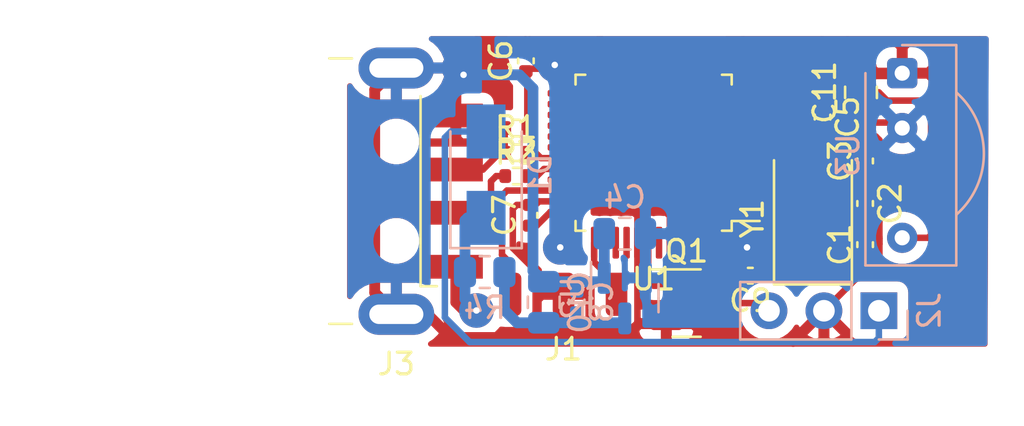
<source format=kicad_pcb>
(kicad_pcb (version 20171130) (host pcbnew 5.99.0+really5.1.10+dfsg1-1)

  (general
    (thickness 1.6)
    (drawings 0)
    (tracks 236)
    (zones 0)
    (modules 24)
    (nets 45)
  )

  (page A4)
  (title_block
    (title "IR remote USB stick")
    (date 2022-03-05)
    (comment 2 "Mikhail Belkin")
  )

  (layers
    (0 F.Cu signal)
    (31 B.Cu signal)
    (32 B.Adhes user)
    (33 F.Adhes user)
    (34 B.Paste user)
    (35 F.Paste user)
    (36 B.SilkS user)
    (37 F.SilkS user)
    (38 B.Mask user)
    (39 F.Mask user)
    (40 Dwgs.User user)
    (41 Cmts.User user)
    (42 Eco1.User user)
    (43 Eco2.User user)
    (44 Edge.Cuts user)
    (45 Margin user)
    (46 B.CrtYd user)
    (47 F.CrtYd user)
    (48 B.Fab user)
    (49 F.Fab user)
  )

  (setup
    (last_trace_width 0.25)
    (user_trace_width 0.3)
    (user_trace_width 0.5)
    (trace_clearance 0.2)
    (zone_clearance 0.508)
    (zone_45_only no)
    (trace_min 0.2)
    (via_size 0.8)
    (via_drill 0.4)
    (via_min_size 0.4)
    (via_min_drill 0.3)
    (user_via 1.6 0.3)
    (uvia_size 0.3)
    (uvia_drill 0.1)
    (uvias_allowed no)
    (uvia_min_size 0.2)
    (uvia_min_drill 0.1)
    (edge_width 0.05)
    (segment_width 0.2)
    (pcb_text_width 0.3)
    (pcb_text_size 1.5 1.5)
    (mod_edge_width 0.12)
    (mod_text_size 1 1)
    (mod_text_width 0.15)
    (pad_size 1.524 1.524)
    (pad_drill 0.762)
    (pad_to_mask_clearance 0)
    (aux_axis_origin 0 0)
    (visible_elements FFFFFF7F)
    (pcbplotparams
      (layerselection 0x00000_ffffffff)
      (usegerberextensions false)
      (usegerberattributes true)
      (usegerberadvancedattributes true)
      (creategerberjobfile true)
      (excludeedgelayer true)
      (linewidth 0.020000)
      (plotframeref false)
      (viasonmask false)
      (mode 1)
      (useauxorigin false)
      (hpglpennumber 1)
      (hpglpenspeed 20)
      (hpglpendiameter 15.000000)
      (psnegative true)
      (psa4output false)
      (plotreference true)
      (plotvalue true)
      (plotinvisibletext false)
      (padsonsilk false)
      (subtractmaskfromsilk false)
      (outputformat 5)
      (mirror false)
      (drillshape 1)
      (scaleselection 1)
      (outputdirectory ""))
  )

  (net 0 "")
  (net 1 GND)
  (net 2 "Net-(C1-Pad1)")
  (net 3 "Net-(C2-Pad1)")
  (net 4 "Net-(C3-Pad2)")
  (net 5 +3V3)
  (net 6 "Net-(C10-Pad1)")
  (net 7 "Net-(D1-Pad2)")
  (net 8 +5V)
  (net 9 "Net-(J2-Pad3)")
  (net 10 "Net-(J3-Pad3)")
  (net 11 "Net-(J3-Pad2)")
  (net 12 /PWR)
  (net 13 /DP)
  (net 14 /DM)
  (net 15 "Net-(U1-Pad43)")
  (net 16 "Net-(U1-Pad40)")
  (net 17 "Net-(U1-Pad39)")
  (net 18 "Net-(U1-Pad38)")
  (net 19 /SWCLK)
  (net 20 /SWDIO)
  (net 21 "Net-(U1-Pad30)")
  (net 22 "Net-(U1-Pad29)")
  (net 23 "Net-(U1-Pad27)")
  (net 24 "Net-(U1-Pad26)")
  (net 25 "Net-(U1-Pad25)")
  (net 26 "Net-(U1-Pad22)")
  (net 27 "Net-(U1-Pad21)")
  (net 28 "Net-(U1-Pad11)")
  (net 29 "Net-(U1-Pad4)")
  (net 30 "Net-(U1-Pad3)")
  (net 31 "Net-(U1-Pad2)")
  (net 32 "Net-(U1-Pad20)")
  (net 33 "Net-(U1-Pad19)")
  (net 34 "Net-(U1-Pad18)")
  (net 35 /IR)
  (net 36 "Net-(U1-Pad15)")
  (net 37 "Net-(U1-Pad14)")
  (net 38 "Net-(U1-Pad13)")
  (net 39 "Net-(U1-Pad28)")
  (net 40 "Net-(U1-Pad17)")
  (net 41 "Net-(U1-Pad16)")
  (net 42 "Net-(U1-Pad46)")
  (net 43 "Net-(U1-Pad45)")
  (net 44 "Net-(U1-Pad12)")

  (net_class Default "This is the default net class."
    (clearance 0.2)
    (trace_width 0.25)
    (via_dia 0.8)
    (via_drill 0.4)
    (uvia_dia 0.3)
    (uvia_drill 0.1)
    (add_net +3V3)
    (add_net +5V)
    (add_net /DM)
    (add_net /DP)
    (add_net /IR)
    (add_net /PWR)
    (add_net /SWCLK)
    (add_net /SWDIO)
    (add_net GND)
    (add_net "Net-(C1-Pad1)")
    (add_net "Net-(C10-Pad1)")
    (add_net "Net-(C2-Pad1)")
    (add_net "Net-(C3-Pad2)")
    (add_net "Net-(D1-Pad2)")
    (add_net "Net-(J2-Pad3)")
    (add_net "Net-(J3-Pad2)")
    (add_net "Net-(J3-Pad3)")
    (add_net "Net-(U1-Pad11)")
    (add_net "Net-(U1-Pad12)")
    (add_net "Net-(U1-Pad13)")
    (add_net "Net-(U1-Pad14)")
    (add_net "Net-(U1-Pad15)")
    (add_net "Net-(U1-Pad16)")
    (add_net "Net-(U1-Pad17)")
    (add_net "Net-(U1-Pad18)")
    (add_net "Net-(U1-Pad19)")
    (add_net "Net-(U1-Pad2)")
    (add_net "Net-(U1-Pad20)")
    (add_net "Net-(U1-Pad21)")
    (add_net "Net-(U1-Pad22)")
    (add_net "Net-(U1-Pad25)")
    (add_net "Net-(U1-Pad26)")
    (add_net "Net-(U1-Pad27)")
    (add_net "Net-(U1-Pad28)")
    (add_net "Net-(U1-Pad29)")
    (add_net "Net-(U1-Pad3)")
    (add_net "Net-(U1-Pad30)")
    (add_net "Net-(U1-Pad38)")
    (add_net "Net-(U1-Pad39)")
    (add_net "Net-(U1-Pad4)")
    (add_net "Net-(U1-Pad40)")
    (add_net "Net-(U1-Pad43)")
    (add_net "Net-(U1-Pad45)")
    (add_net "Net-(U1-Pad46)")
  )

  (module Connector_PinHeader_2.54mm:PinHeader_1x03_P2.54mm_Vertical (layer B.Cu) (tedit 59FED5CC) (tstamp 6224992B)
    (at 171.45 60.6552 90)
    (descr "Through hole straight pin header, 1x03, 2.54mm pitch, single row")
    (tags "Through hole pin header THT 1x03 2.54mm single row")
    (path /61ED3CCD)
    (fp_text reference J2 (at 0 2.33 270) (layer B.SilkS)
      (effects (font (size 1 1) (thickness 0.15)) (justify mirror))
    )
    (fp_text value power_sw (at 0 -7.41 270) (layer B.Fab)
      (effects (font (size 1 1) (thickness 0.15)) (justify mirror))
    )
    (fp_line (start 1.8 1.8) (end -1.8 1.8) (layer B.CrtYd) (width 0.05))
    (fp_line (start 1.8 -6.85) (end 1.8 1.8) (layer B.CrtYd) (width 0.05))
    (fp_line (start -1.8 -6.85) (end 1.8 -6.85) (layer B.CrtYd) (width 0.05))
    (fp_line (start -1.8 1.8) (end -1.8 -6.85) (layer B.CrtYd) (width 0.05))
    (fp_line (start -1.33 1.33) (end 0 1.33) (layer B.SilkS) (width 0.12))
    (fp_line (start -1.33 0) (end -1.33 1.33) (layer B.SilkS) (width 0.12))
    (fp_line (start -1.33 -1.27) (end 1.33 -1.27) (layer B.SilkS) (width 0.12))
    (fp_line (start 1.33 -1.27) (end 1.33 -6.41) (layer B.SilkS) (width 0.12))
    (fp_line (start -1.33 -1.27) (end -1.33 -6.41) (layer B.SilkS) (width 0.12))
    (fp_line (start -1.33 -6.41) (end 1.33 -6.41) (layer B.SilkS) (width 0.12))
    (fp_line (start -1.27 0.635) (end -0.635 1.27) (layer B.Fab) (width 0.1))
    (fp_line (start -1.27 -6.35) (end -1.27 0.635) (layer B.Fab) (width 0.1))
    (fp_line (start 1.27 -6.35) (end -1.27 -6.35) (layer B.Fab) (width 0.1))
    (fp_line (start 1.27 1.27) (end 1.27 -6.35) (layer B.Fab) (width 0.1))
    (fp_line (start -0.635 1.27) (end 1.27 1.27) (layer B.Fab) (width 0.1))
    (fp_text user %R (at 0 -2.54) (layer B.Fab)
      (effects (font (size 1 1) (thickness 0.15)) (justify mirror))
    )
    (pad 3 thru_hole oval (at 0 -5.08 90) (size 1.7 1.7) (drill 1) (layers *.Cu *.Mask)
      (net 9 "Net-(J2-Pad3)"))
    (pad 2 thru_hole oval (at 0 -2.54 90) (size 1.7 1.7) (drill 1) (layers *.Cu *.Mask)
      (net 1 GND))
    (pad 1 thru_hole rect (at 0 0 90) (size 1.7 1.7) (drill 1) (layers *.Cu *.Mask)
      (net 7 "Net-(D1-Pad2)"))
    (model ${KICAD6_3DMODEL_DIR}/Connector_PinHeader_2.54mm.3dshapes/PinHeader_1x03_P2.54mm_Vertical.wrl
      (at (xyz 0 0 0))
      (scale (xyz 1 1 1))
      (rotate (xyz 0 0 0))
    )
  )

  (module Resistor_SMD:R_0402_1005Metric (layer F.Cu) (tedit 5F68FEEE) (tstamp 61ECB133)
    (at 154.686 54.4195)
    (descr "Resistor SMD 0402 (1005 Metric), square (rectangular) end terminal, IPC_7351 nominal, (Body size source: IPC-SM-782 page 72, https://www.pcb-3d.com/wordpress/wp-content/uploads/ipc-sm-782a_amendment_1_and_2.pdf), generated with kicad-footprint-generator")
    (tags resistor)
    (path /60BAF8CE)
    (attr smd)
    (fp_text reference R2 (at 0 -1.17) (layer F.SilkS)
      (effects (font (size 1 1) (thickness 0.15)))
    )
    (fp_text value 50 (at 0 1.17) (layer F.Fab)
      (effects (font (size 1 1) (thickness 0.15)))
    )
    (fp_line (start -0.525 0.27) (end -0.525 -0.27) (layer F.Fab) (width 0.1))
    (fp_line (start -0.525 -0.27) (end 0.525 -0.27) (layer F.Fab) (width 0.1))
    (fp_line (start 0.525 -0.27) (end 0.525 0.27) (layer F.Fab) (width 0.1))
    (fp_line (start 0.525 0.27) (end -0.525 0.27) (layer F.Fab) (width 0.1))
    (fp_line (start -0.153641 -0.38) (end 0.153641 -0.38) (layer F.SilkS) (width 0.12))
    (fp_line (start -0.153641 0.38) (end 0.153641 0.38) (layer F.SilkS) (width 0.12))
    (fp_line (start -0.93 0.47) (end -0.93 -0.47) (layer F.CrtYd) (width 0.05))
    (fp_line (start -0.93 -0.47) (end 0.93 -0.47) (layer F.CrtYd) (width 0.05))
    (fp_line (start 0.93 -0.47) (end 0.93 0.47) (layer F.CrtYd) (width 0.05))
    (fp_line (start 0.93 0.47) (end -0.93 0.47) (layer F.CrtYd) (width 0.05))
    (fp_text user %R (at 0 0) (layer F.Fab)
      (effects (font (size 0.26 0.26) (thickness 0.04)))
    )
    (pad 2 smd roundrect (at 0.51 0) (size 0.54 0.64) (layers F.Cu F.Paste F.Mask) (roundrect_rratio 0.25)
      (net 14 /DM))
    (pad 1 smd roundrect (at -0.51 0) (size 0.54 0.64) (layers F.Cu F.Paste F.Mask) (roundrect_rratio 0.25)
      (net 11 "Net-(J3-Pad2)"))
    (model ${KICAD6_3DMODEL_DIR}/Resistor_SMD.3dshapes/R_0402_1005Metric.wrl
      (at (xyz 0 0 0))
      (scale (xyz 1 1 1))
      (rotate (xyz 0 0 0))
    )
  )

  (module Capacitor_SMD:C_0402_1005Metric (layer F.Cu) (tedit 5F68FEEE) (tstamp 62210070)
    (at 165.5064 59.0296 180)
    (descr "Capacitor SMD 0402 (1005 Metric), square (rectangular) end terminal, IPC_7351 nominal, (Body size source: IPC-SM-782 page 76, https://www.pcb-3d.com/wordpress/wp-content/uploads/ipc-sm-782a_amendment_1_and_2.pdf), generated with kicad-footprint-generator")
    (tags capacitor)
    (path /60BD5497)
    (attr smd)
    (fp_text reference C9 (at 0 -1.16) (layer F.SilkS)
      (effects (font (size 1 1) (thickness 0.15)))
    )
    (fp_text value 0.1uF (at 0 1.16) (layer F.Fab)
      (effects (font (size 1 1) (thickness 0.15)))
    )
    (fp_line (start -0.5 0.25) (end -0.5 -0.25) (layer F.Fab) (width 0.1))
    (fp_line (start -0.5 -0.25) (end 0.5 -0.25) (layer F.Fab) (width 0.1))
    (fp_line (start 0.5 -0.25) (end 0.5 0.25) (layer F.Fab) (width 0.1))
    (fp_line (start 0.5 0.25) (end -0.5 0.25) (layer F.Fab) (width 0.1))
    (fp_line (start -0.107836 -0.36) (end 0.107836 -0.36) (layer F.SilkS) (width 0.12))
    (fp_line (start -0.107836 0.36) (end 0.107836 0.36) (layer F.SilkS) (width 0.12))
    (fp_line (start -0.91 0.46) (end -0.91 -0.46) (layer F.CrtYd) (width 0.05))
    (fp_line (start -0.91 -0.46) (end 0.91 -0.46) (layer F.CrtYd) (width 0.05))
    (fp_line (start 0.91 -0.46) (end 0.91 0.46) (layer F.CrtYd) (width 0.05))
    (fp_line (start 0.91 0.46) (end -0.91 0.46) (layer F.CrtYd) (width 0.05))
    (fp_text user %R (at 0 0) (layer F.Fab)
      (effects (font (size 0.25 0.25) (thickness 0.04)))
    )
    (pad 2 smd roundrect (at 0.48 0 180) (size 0.56 0.62) (layers F.Cu F.Paste F.Mask) (roundrect_rratio 0.25)
      (net 1 GND))
    (pad 1 smd roundrect (at -0.48 0 180) (size 0.56 0.62) (layers F.Cu F.Paste F.Mask) (roundrect_rratio 0.25)
      (net 5 +3V3))
    (model ${KICAD6_3DMODEL_DIR}/Capacitor_SMD.3dshapes/C_0402_1005Metric.wrl
      (at (xyz 0 0 0))
      (scale (xyz 1 1 1))
      (rotate (xyz 0 0 0))
    )
  )

  (module Capacitor_SMD:C_0402_1005Metric (layer B.Cu) (tedit 5F68FEEE) (tstamp 6220DBAD)
    (at 157.48 60.2488 90)
    (descr "Capacitor SMD 0402 (1005 Metric), square (rectangular) end terminal, IPC_7351 nominal, (Body size source: IPC-SM-782 page 76, https://www.pcb-3d.com/wordpress/wp-content/uploads/ipc-sm-782a_amendment_1_and_2.pdf), generated with kicad-footprint-generator")
    (tags capacitor)
    (path /60B9D265)
    (attr smd)
    (fp_text reference C8 (at 0 1.16 90) (layer B.SilkS)
      (effects (font (size 1 1) (thickness 0.15)) (justify mirror))
    )
    (fp_text value 0.1uF (at 0 -1.16 90) (layer B.Fab)
      (effects (font (size 1 1) (thickness 0.15)) (justify mirror))
    )
    (fp_line (start -0.5 -0.25) (end -0.5 0.25) (layer B.Fab) (width 0.1))
    (fp_line (start -0.5 0.25) (end 0.5 0.25) (layer B.Fab) (width 0.1))
    (fp_line (start 0.5 0.25) (end 0.5 -0.25) (layer B.Fab) (width 0.1))
    (fp_line (start 0.5 -0.25) (end -0.5 -0.25) (layer B.Fab) (width 0.1))
    (fp_line (start -0.107836 0.36) (end 0.107836 0.36) (layer B.SilkS) (width 0.12))
    (fp_line (start -0.107836 -0.36) (end 0.107836 -0.36) (layer B.SilkS) (width 0.12))
    (fp_line (start -0.91 -0.46) (end -0.91 0.46) (layer B.CrtYd) (width 0.05))
    (fp_line (start -0.91 0.46) (end 0.91 0.46) (layer B.CrtYd) (width 0.05))
    (fp_line (start 0.91 0.46) (end 0.91 -0.46) (layer B.CrtYd) (width 0.05))
    (fp_line (start 0.91 -0.46) (end -0.91 -0.46) (layer B.CrtYd) (width 0.05))
    (fp_text user %R (at 0 0 90) (layer B.Fab)
      (effects (font (size 0.25 0.25) (thickness 0.04)) (justify mirror))
    )
    (pad 2 smd roundrect (at 0.48 0 90) (size 0.56 0.62) (layers B.Cu B.Paste B.Mask) (roundrect_rratio 0.25)
      (net 1 GND))
    (pad 1 smd roundrect (at -0.48 0 90) (size 0.56 0.62) (layers B.Cu B.Paste B.Mask) (roundrect_rratio 0.25)
      (net 6 "Net-(C10-Pad1)"))
    (model ${KICAD6_3DMODEL_DIR}/Capacitor_SMD.3dshapes/C_0402_1005Metric.wrl
      (at (xyz 0 0 0))
      (scale (xyz 1 1 1))
      (rotate (xyz 0 0 0))
    )
  )

  (module Capacitor_SMD:C_0402_1005Metric (layer F.Cu) (tedit 5F68FEEE) (tstamp 6220DB9C)
    (at 155.2956 56.2356 90)
    (descr "Capacitor SMD 0402 (1005 Metric), square (rectangular) end terminal, IPC_7351 nominal, (Body size source: IPC-SM-782 page 76, https://www.pcb-3d.com/wordpress/wp-content/uploads/ipc-sm-782a_amendment_1_and_2.pdf), generated with kicad-footprint-generator")
    (tags capacitor)
    (path /60BD4708)
    (attr smd)
    (fp_text reference C7 (at 0 -1.16 90) (layer F.SilkS)
      (effects (font (size 1 1) (thickness 0.15)))
    )
    (fp_text value 0.1uF (at 0 1.16 90) (layer F.Fab)
      (effects (font (size 1 1) (thickness 0.15)))
    )
    (fp_line (start -0.5 0.25) (end -0.5 -0.25) (layer F.Fab) (width 0.1))
    (fp_line (start -0.5 -0.25) (end 0.5 -0.25) (layer F.Fab) (width 0.1))
    (fp_line (start 0.5 -0.25) (end 0.5 0.25) (layer F.Fab) (width 0.1))
    (fp_line (start 0.5 0.25) (end -0.5 0.25) (layer F.Fab) (width 0.1))
    (fp_line (start -0.107836 -0.36) (end 0.107836 -0.36) (layer F.SilkS) (width 0.12))
    (fp_line (start -0.107836 0.36) (end 0.107836 0.36) (layer F.SilkS) (width 0.12))
    (fp_line (start -0.91 0.46) (end -0.91 -0.46) (layer F.CrtYd) (width 0.05))
    (fp_line (start -0.91 -0.46) (end 0.91 -0.46) (layer F.CrtYd) (width 0.05))
    (fp_line (start 0.91 -0.46) (end 0.91 0.46) (layer F.CrtYd) (width 0.05))
    (fp_line (start 0.91 0.46) (end -0.91 0.46) (layer F.CrtYd) (width 0.05))
    (fp_text user %R (at 0 0 90) (layer F.Fab)
      (effects (font (size 0.25 0.25) (thickness 0.04)))
    )
    (pad 2 smd roundrect (at 0.48 0 90) (size 0.56 0.62) (layers F.Cu F.Paste F.Mask) (roundrect_rratio 0.25)
      (net 1 GND))
    (pad 1 smd roundrect (at -0.48 0 90) (size 0.56 0.62) (layers F.Cu F.Paste F.Mask) (roundrect_rratio 0.25)
      (net 5 +3V3))
    (model ${KICAD6_3DMODEL_DIR}/Capacitor_SMD.3dshapes/C_0402_1005Metric.wrl
      (at (xyz 0 0 0))
      (scale (xyz 1 1 1))
      (rotate (xyz 0 0 0))
    )
  )

  (module Capacitor_SMD:C_0402_1005Metric (layer F.Cu) (tedit 5F68FEEE) (tstamp 6220DB8B)
    (at 155.1305 49.0855 90)
    (descr "Capacitor SMD 0402 (1005 Metric), square (rectangular) end terminal, IPC_7351 nominal, (Body size source: IPC-SM-782 page 76, https://www.pcb-3d.com/wordpress/wp-content/uploads/ipc-sm-782a_amendment_1_and_2.pdf), generated with kicad-footprint-generator")
    (tags capacitor)
    (path /60BD3987)
    (attr smd)
    (fp_text reference C6 (at 0 -1.16 90) (layer F.SilkS)
      (effects (font (size 1 1) (thickness 0.15)))
    )
    (fp_text value 0.1uF (at 0 1.16 90) (layer F.Fab)
      (effects (font (size 1 1) (thickness 0.15)))
    )
    (fp_line (start -0.5 0.25) (end -0.5 -0.25) (layer F.Fab) (width 0.1))
    (fp_line (start -0.5 -0.25) (end 0.5 -0.25) (layer F.Fab) (width 0.1))
    (fp_line (start 0.5 -0.25) (end 0.5 0.25) (layer F.Fab) (width 0.1))
    (fp_line (start 0.5 0.25) (end -0.5 0.25) (layer F.Fab) (width 0.1))
    (fp_line (start -0.107836 -0.36) (end 0.107836 -0.36) (layer F.SilkS) (width 0.12))
    (fp_line (start -0.107836 0.36) (end 0.107836 0.36) (layer F.SilkS) (width 0.12))
    (fp_line (start -0.91 0.46) (end -0.91 -0.46) (layer F.CrtYd) (width 0.05))
    (fp_line (start -0.91 -0.46) (end 0.91 -0.46) (layer F.CrtYd) (width 0.05))
    (fp_line (start 0.91 -0.46) (end 0.91 0.46) (layer F.CrtYd) (width 0.05))
    (fp_line (start 0.91 0.46) (end -0.91 0.46) (layer F.CrtYd) (width 0.05))
    (fp_text user %R (at 0 0 90) (layer F.Fab)
      (effects (font (size 0.25 0.25) (thickness 0.04)))
    )
    (pad 2 smd roundrect (at 0.48 0 90) (size 0.56 0.62) (layers F.Cu F.Paste F.Mask) (roundrect_rratio 0.25)
      (net 1 GND))
    (pad 1 smd roundrect (at -0.48 0 90) (size 0.56 0.62) (layers F.Cu F.Paste F.Mask) (roundrect_rratio 0.25)
      (net 5 +3V3))
    (model ${KICAD6_3DMODEL_DIR}/Capacitor_SMD.3dshapes/C_0402_1005Metric.wrl
      (at (xyz 0 0 0))
      (scale (xyz 1 1 1))
      (rotate (xyz 0 0 0))
    )
  )

  (module Capacitor_SMD:C_0402_1005Metric (layer F.Cu) (tedit 5F68FEEE) (tstamp 6220DB7A)
    (at 168.8465 51.689 270)
    (descr "Capacitor SMD 0402 (1005 Metric), square (rectangular) end terminal, IPC_7351 nominal, (Body size source: IPC-SM-782 page 76, https://www.pcb-3d.com/wordpress/wp-content/uploads/ipc-sm-782a_amendment_1_and_2.pdf), generated with kicad-footprint-generator")
    (tags capacitor)
    (path /60BCC99C)
    (attr smd)
    (fp_text reference C5 (at 0 -1.16 90) (layer F.SilkS)
      (effects (font (size 1 1) (thickness 0.15)))
    )
    (fp_text value 0.1uF (at 0 1.16 90) (layer F.Fab)
      (effects (font (size 1 1) (thickness 0.15)))
    )
    (fp_line (start -0.5 0.25) (end -0.5 -0.25) (layer F.Fab) (width 0.1))
    (fp_line (start -0.5 -0.25) (end 0.5 -0.25) (layer F.Fab) (width 0.1))
    (fp_line (start 0.5 -0.25) (end 0.5 0.25) (layer F.Fab) (width 0.1))
    (fp_line (start 0.5 0.25) (end -0.5 0.25) (layer F.Fab) (width 0.1))
    (fp_line (start -0.107836 -0.36) (end 0.107836 -0.36) (layer F.SilkS) (width 0.12))
    (fp_line (start -0.107836 0.36) (end 0.107836 0.36) (layer F.SilkS) (width 0.12))
    (fp_line (start -0.91 0.46) (end -0.91 -0.46) (layer F.CrtYd) (width 0.05))
    (fp_line (start -0.91 -0.46) (end 0.91 -0.46) (layer F.CrtYd) (width 0.05))
    (fp_line (start 0.91 -0.46) (end 0.91 0.46) (layer F.CrtYd) (width 0.05))
    (fp_line (start 0.91 0.46) (end -0.91 0.46) (layer F.CrtYd) (width 0.05))
    (fp_text user %R (at 0 0 90) (layer F.Fab)
      (effects (font (size 0.25 0.25) (thickness 0.04)))
    )
    (pad 2 smd roundrect (at 0.48 0 270) (size 0.56 0.62) (layers F.Cu F.Paste F.Mask) (roundrect_rratio 0.25)
      (net 1 GND))
    (pad 1 smd roundrect (at -0.48 0 270) (size 0.56 0.62) (layers F.Cu F.Paste F.Mask) (roundrect_rratio 0.25)
      (net 5 +3V3))
    (model ${KICAD6_3DMODEL_DIR}/Capacitor_SMD.3dshapes/C_0402_1005Metric.wrl
      (at (xyz 0 0 0))
      (scale (xyz 1 1 1))
      (rotate (xyz 0 0 0))
    )
  )

  (module Capacitor_SMD:C_0402_1005Metric (layer F.Cu) (tedit 5F68FEEE) (tstamp 6220DB49)
    (at 170.815 53.721 90)
    (descr "Capacitor SMD 0402 (1005 Metric), square (rectangular) end terminal, IPC_7351 nominal, (Body size source: IPC-SM-782 page 76, https://www.pcb-3d.com/wordpress/wp-content/uploads/ipc-sm-782a_amendment_1_and_2.pdf), generated with kicad-footprint-generator")
    (tags capacitor)
    (path /60C06DEC)
    (attr smd)
    (fp_text reference C3 (at 0 -1.16 90) (layer F.SilkS)
      (effects (font (size 1 1) (thickness 0.15)))
    )
    (fp_text value 0.1uF (at 0 1.16 90) (layer F.Fab)
      (effects (font (size 1 1) (thickness 0.15)))
    )
    (fp_line (start -0.5 0.25) (end -0.5 -0.25) (layer F.Fab) (width 0.1))
    (fp_line (start -0.5 -0.25) (end 0.5 -0.25) (layer F.Fab) (width 0.1))
    (fp_line (start 0.5 -0.25) (end 0.5 0.25) (layer F.Fab) (width 0.1))
    (fp_line (start 0.5 0.25) (end -0.5 0.25) (layer F.Fab) (width 0.1))
    (fp_line (start -0.107836 -0.36) (end 0.107836 -0.36) (layer F.SilkS) (width 0.12))
    (fp_line (start -0.107836 0.36) (end 0.107836 0.36) (layer F.SilkS) (width 0.12))
    (fp_line (start -0.91 0.46) (end -0.91 -0.46) (layer F.CrtYd) (width 0.05))
    (fp_line (start -0.91 -0.46) (end 0.91 -0.46) (layer F.CrtYd) (width 0.05))
    (fp_line (start 0.91 -0.46) (end 0.91 0.46) (layer F.CrtYd) (width 0.05))
    (fp_line (start 0.91 0.46) (end -0.91 0.46) (layer F.CrtYd) (width 0.05))
    (fp_text user %R (at 0 0 90) (layer F.Fab)
      (effects (font (size 0.25 0.25) (thickness 0.04)))
    )
    (pad 2 smd roundrect (at 0.48 0 90) (size 0.56 0.62) (layers F.Cu F.Paste F.Mask) (roundrect_rratio 0.25)
      (net 4 "Net-(C3-Pad2)"))
    (pad 1 smd roundrect (at -0.48 0 90) (size 0.56 0.62) (layers F.Cu F.Paste F.Mask) (roundrect_rratio 0.25)
      (net 1 GND))
    (model ${KICAD6_3DMODEL_DIR}/Capacitor_SMD.3dshapes/C_0402_1005Metric.wrl
      (at (xyz 0 0 0))
      (scale (xyz 1 1 1))
      (rotate (xyz 0 0 0))
    )
  )

  (module Capacitor_SMD:C_0402_1005Metric (layer F.Cu) (tedit 5F68FEEE) (tstamp 6220DB38)
    (at 170.815 55.6895 270)
    (descr "Capacitor SMD 0402 (1005 Metric), square (rectangular) end terminal, IPC_7351 nominal, (Body size source: IPC-SM-782 page 76, https://www.pcb-3d.com/wordpress/wp-content/uploads/ipc-sm-782a_amendment_1_and_2.pdf), generated with kicad-footprint-generator")
    (tags capacitor)
    (path /60BBD52B)
    (attr smd)
    (fp_text reference C2 (at 0 -1.16 90) (layer F.SilkS)
      (effects (font (size 1 1) (thickness 0.15)))
    )
    (fp_text value 22p (at 0 1.16 90) (layer F.Fab)
      (effects (font (size 1 1) (thickness 0.15)))
    )
    (fp_line (start -0.5 0.25) (end -0.5 -0.25) (layer F.Fab) (width 0.1))
    (fp_line (start -0.5 -0.25) (end 0.5 -0.25) (layer F.Fab) (width 0.1))
    (fp_line (start 0.5 -0.25) (end 0.5 0.25) (layer F.Fab) (width 0.1))
    (fp_line (start 0.5 0.25) (end -0.5 0.25) (layer F.Fab) (width 0.1))
    (fp_line (start -0.107836 -0.36) (end 0.107836 -0.36) (layer F.SilkS) (width 0.12))
    (fp_line (start -0.107836 0.36) (end 0.107836 0.36) (layer F.SilkS) (width 0.12))
    (fp_line (start -0.91 0.46) (end -0.91 -0.46) (layer F.CrtYd) (width 0.05))
    (fp_line (start -0.91 -0.46) (end 0.91 -0.46) (layer F.CrtYd) (width 0.05))
    (fp_line (start 0.91 -0.46) (end 0.91 0.46) (layer F.CrtYd) (width 0.05))
    (fp_line (start 0.91 0.46) (end -0.91 0.46) (layer F.CrtYd) (width 0.05))
    (fp_text user %R (at 0 0 90) (layer F.Fab)
      (effects (font (size 0.25 0.25) (thickness 0.04)))
    )
    (pad 2 smd roundrect (at 0.48 0 270) (size 0.56 0.62) (layers F.Cu F.Paste F.Mask) (roundrect_rratio 0.25)
      (net 1 GND))
    (pad 1 smd roundrect (at -0.48 0 270) (size 0.56 0.62) (layers F.Cu F.Paste F.Mask) (roundrect_rratio 0.25)
      (net 3 "Net-(C2-Pad1)"))
    (model ${KICAD6_3DMODEL_DIR}/Capacitor_SMD.3dshapes/C_0402_1005Metric.wrl
      (at (xyz 0 0 0))
      (scale (xyz 1 1 1))
      (rotate (xyz 0 0 0))
    )
  )

  (module Capacitor_SMD:C_0402_1005Metric (layer F.Cu) (tedit 5F68FEEE) (tstamp 6220DB27)
    (at 170.815 57.5945 90)
    (descr "Capacitor SMD 0402 (1005 Metric), square (rectangular) end terminal, IPC_7351 nominal, (Body size source: IPC-SM-782 page 76, https://www.pcb-3d.com/wordpress/wp-content/uploads/ipc-sm-782a_amendment_1_and_2.pdf), generated with kicad-footprint-generator")
    (tags capacitor)
    (path /60BBCAE9)
    (attr smd)
    (fp_text reference C1 (at 0 -1.16 90) (layer F.SilkS)
      (effects (font (size 1 1) (thickness 0.15)))
    )
    (fp_text value 22p (at 0 1.16 90) (layer F.Fab)
      (effects (font (size 1 1) (thickness 0.15)))
    )
    (fp_line (start -0.5 0.25) (end -0.5 -0.25) (layer F.Fab) (width 0.1))
    (fp_line (start -0.5 -0.25) (end 0.5 -0.25) (layer F.Fab) (width 0.1))
    (fp_line (start 0.5 -0.25) (end 0.5 0.25) (layer F.Fab) (width 0.1))
    (fp_line (start 0.5 0.25) (end -0.5 0.25) (layer F.Fab) (width 0.1))
    (fp_line (start -0.107836 -0.36) (end 0.107836 -0.36) (layer F.SilkS) (width 0.12))
    (fp_line (start -0.107836 0.36) (end 0.107836 0.36) (layer F.SilkS) (width 0.12))
    (fp_line (start -0.91 0.46) (end -0.91 -0.46) (layer F.CrtYd) (width 0.05))
    (fp_line (start -0.91 -0.46) (end 0.91 -0.46) (layer F.CrtYd) (width 0.05))
    (fp_line (start 0.91 -0.46) (end 0.91 0.46) (layer F.CrtYd) (width 0.05))
    (fp_line (start 0.91 0.46) (end -0.91 0.46) (layer F.CrtYd) (width 0.05))
    (fp_text user %R (at 0 0 90) (layer F.Fab)
      (effects (font (size 0.25 0.25) (thickness 0.04)))
    )
    (pad 2 smd roundrect (at 0.48 0 90) (size 0.56 0.62) (layers F.Cu F.Paste F.Mask) (roundrect_rratio 0.25)
      (net 1 GND))
    (pad 1 smd roundrect (at -0.48 0 90) (size 0.56 0.62) (layers F.Cu F.Paste F.Mask) (roundrect_rratio 0.25)
      (net 2 "Net-(C1-Pad1)"))
    (model ${KICAD6_3DMODEL_DIR}/Capacitor_SMD.3dshapes/C_0402_1005Metric.wrl
      (at (xyz 0 0 0))
      (scale (xyz 1 1 1))
      (rotate (xyz 0 0 0))
    )
  )

  (module local:3WIRE_PADS (layer F.Cu) (tedit 5F60B96E) (tstamp 61EC9EB8)
    (at 156.8704 59.8932 180)
    (descr "Wire Pad, Square, SMD Pad,  5mm x 10mm,")
    (tags "MesurementPoint Square SMDPad 5mmx10mm ")
    (path /60BDE5E6)
    (attr virtual)
    (fp_text reference J1 (at 0 -2.54) (layer F.SilkS)
      (effects (font (size 1 1) (thickness 0.15)))
    )
    (fp_text value swd (at 0 2.54) (layer F.Fab)
      (effects (font (size 1 1) (thickness 0.15)))
    )
    (fp_line (start -0.63 1.27) (end -0.63 -1.27) (layer F.Fab) (width 0.1))
    (fp_line (start 0.63 1.27) (end -0.63 1.27) (layer F.Fab) (width 0.1))
    (fp_line (start 0.63 -1.27) (end 0.63 1.27) (layer F.Fab) (width 0.1))
    (fp_line (start -0.63 -1.27) (end 0.63 -1.27) (layer F.Fab) (width 0.1))
    (fp_line (start -0.63 -1.27) (end -0.63 1.27) (layer F.CrtYd) (width 0.05))
    (fp_line (start -0.63 1.27) (end 0.63 1.27) (layer F.CrtYd) (width 0.05))
    (fp_line (start 0.63 1.27) (end 0.63 -1.27) (layer F.CrtYd) (width 0.05))
    (fp_line (start 0.63 -1.27) (end -0.63 -1.27) (layer F.CrtYd) (width 0.05))
    (fp_line (start 3.08 -1.27) (end 3.08 1.27) (layer F.Fab) (width 0.1))
    (fp_line (start 3.08 1.27) (end 3.08 -1.27) (layer F.CrtYd) (width 0.05))
    (fp_line (start 1.82 -1.27) (end 1.82 1.27) (layer F.CrtYd) (width 0.05))
    (fp_line (start 3.08 -1.27) (end 1.82 -1.27) (layer F.CrtYd) (width 0.05))
    (fp_line (start 1.82 1.27) (end 3.08 1.27) (layer F.CrtYd) (width 0.05))
    (fp_line (start 1.82 1.27) (end 1.82 -1.27) (layer F.Fab) (width 0.1))
    (fp_line (start 3.08 1.27) (end 1.82 1.27) (layer F.Fab) (width 0.1))
    (fp_line (start 1.82 -1.27) (end 3.08 -1.27) (layer F.Fab) (width 0.1))
    (fp_line (start -1.82 -1.27) (end -1.82 1.27) (layer F.Fab) (width 0.1))
    (fp_line (start -1.82 1.27) (end -1.82 -1.27) (layer F.CrtYd) (width 0.05))
    (fp_line (start -3.08 -1.27) (end -3.08 1.27) (layer F.CrtYd) (width 0.05))
    (fp_line (start -1.82 -1.27) (end -3.08 -1.27) (layer F.CrtYd) (width 0.05))
    (fp_line (start -3.08 1.27) (end -1.82 1.27) (layer F.CrtYd) (width 0.05))
    (fp_line (start -3.08 1.27) (end -3.08 -1.27) (layer F.Fab) (width 0.1))
    (fp_line (start -1.82 1.27) (end -3.08 1.27) (layer F.Fab) (width 0.1))
    (fp_line (start -3.08 -1.27) (end -1.82 -1.27) (layer F.Fab) (width 0.1))
    (fp_text user %R (at 1.75 -5.25) (layer F.Fab)
      (effects (font (size 1 1) (thickness 0.15)))
    )
    (pad 1 smd roundrect (at -2.45 0 180) (size 1 2) (layers F.Cu F.Paste F.Mask) (roundrect_rratio 0.25)
      (net 19 /SWCLK))
    (pad 3 smd roundrect (at 2.45 0 180) (size 1 2) (layers F.Cu F.Paste F.Mask) (roundrect_rratio 0.25)
      (net 20 /SWDIO))
    (pad 2 smd roundrect (at 0 0 180) (size 1 2) (layers F.Cu F.Paste F.Mask) (roundrect_rratio 0.25)
      (net 1 GND))
  )

  (module Crystal:Crystal_SMD_5032-2Pin_5.0x3.2mm (layer F.Cu) (tedit 5A0FD1B2) (tstamp 61ECAD61)
    (at 168.402 56.388 90)
    (descr "SMD Crystal SERIES SMD2520/2 http://www.icbase.com/File/PDF/HKC/HKC00061008.pdf, 5.0x3.2mm^2 package")
    (tags "SMD SMT crystal")
    (path /60BB7B29)
    (attr smd)
    (fp_text reference Y1 (at 0 -2.8 90) (layer F.SilkS)
      (effects (font (size 1 1) (thickness 0.15)))
    )
    (fp_text value 8M (at 0 2.8 90) (layer F.Fab)
      (effects (font (size 1 1) (thickness 0.15)))
    )
    (fp_line (start -2.3 -1.6) (end 2.3 -1.6) (layer F.Fab) (width 0.1))
    (fp_line (start 2.3 -1.6) (end 2.5 -1.4) (layer F.Fab) (width 0.1))
    (fp_line (start 2.5 -1.4) (end 2.5 1.4) (layer F.Fab) (width 0.1))
    (fp_line (start 2.5 1.4) (end 2.3 1.6) (layer F.Fab) (width 0.1))
    (fp_line (start 2.3 1.6) (end -2.3 1.6) (layer F.Fab) (width 0.1))
    (fp_line (start -2.3 1.6) (end -2.5 1.4) (layer F.Fab) (width 0.1))
    (fp_line (start -2.5 1.4) (end -2.5 -1.4) (layer F.Fab) (width 0.1))
    (fp_line (start -2.5 -1.4) (end -2.3 -1.6) (layer F.Fab) (width 0.1))
    (fp_line (start -2.5 0.6) (end -1.5 1.6) (layer F.Fab) (width 0.1))
    (fp_line (start 2.7 -1.8) (end -3.05 -1.8) (layer F.SilkS) (width 0.12))
    (fp_line (start -3.05 -1.8) (end -3.05 1.8) (layer F.SilkS) (width 0.12))
    (fp_line (start -3.05 1.8) (end 2.7 1.8) (layer F.SilkS) (width 0.12))
    (fp_line (start -3.1 -1.9) (end -3.1 1.9) (layer F.CrtYd) (width 0.05))
    (fp_line (start -3.1 1.9) (end 3.1 1.9) (layer F.CrtYd) (width 0.05))
    (fp_line (start 3.1 1.9) (end 3.1 -1.9) (layer F.CrtYd) (width 0.05))
    (fp_line (start 3.1 -1.9) (end -3.1 -1.9) (layer F.CrtYd) (width 0.05))
    (fp_circle (center 0 0) (end 0.4 0) (layer F.Adhes) (width 0.1))
    (fp_circle (center 0 0) (end 0.333333 0) (layer F.Adhes) (width 0.133333))
    (fp_circle (center 0 0) (end 0.213333 0) (layer F.Adhes) (width 0.133333))
    (fp_circle (center 0 0) (end 0.093333 0) (layer F.Adhes) (width 0.186667))
    (fp_text user %R (at 0 0 90) (layer F.Fab)
      (effects (font (size 1 1) (thickness 0.15)))
    )
    (pad 2 smd rect (at 1.85 0 90) (size 2 2.4) (layers F.Cu F.Paste F.Mask)
      (net 3 "Net-(C2-Pad1)"))
    (pad 1 smd rect (at -1.85 0 90) (size 2 2.4) (layers F.Cu F.Paste F.Mask)
      (net 2 "Net-(C1-Pad1)"))
    (model ${KICAD6_3DMODEL_DIR}/Crystal.3dshapes/Crystal_SMD_0603-2Pin_6.0x3.5mm.wrl
      (at (xyz 0 0 0))
      (scale (xyz 1 1 1))
      (rotate (xyz 0 0 0))
    )
  )

  (module OptoDevice:Vishay_CAST-3Pin (layer B.Cu) (tedit 5B88841D) (tstamp 61EC9642)
    (at 172.5295 49.657 270)
    (descr "IR Receiver Vishay TSOP-xxxx, CAST package, see https://www.vishay.com/docs/82493/tsop311.pdf")
    (tags "IRReceiverVishayTSOP-xxxx CAST")
    (path /61EC21C1)
    (fp_text reference U3 (at 3.8 2.5 270) (layer B.SilkS)
      (effects (font (size 1 1) (thickness 0.15)) (justify mirror))
    )
    (fp_text value TSOP17xx (at 3.4 -4.8 90) (layer B.Fab)
      (effects (font (size 1 1) (thickness 0.15)) (justify mirror))
    )
    (fp_line (start 0.9 -2.5) (end 6.6 -2.5) (layer B.SilkS) (width 0.12))
    (fp_line (start 6.5 -2.5) (end 8.9 -2.5) (layer B.SilkS) (width 0.12))
    (fp_line (start 8.9 -2.5) (end 8.9 1.7) (layer B.SilkS) (width 0.12))
    (fp_line (start 8.9 1.7) (end 0 1.7) (layer B.SilkS) (width 0.12))
    (fp_line (start -1.3 0) (end -1.3 -2.5) (layer B.SilkS) (width 0.12))
    (fp_line (start -1.3 -2.5) (end 0.9 -2.5) (layer B.SilkS) (width 0.12))
    (fp_line (start -0.2 1.6) (end 8.8 1.6) (layer B.Fab) (width 0.1))
    (fp_line (start 8.8 1.6) (end 8.8 -2.4) (layer B.Fab) (width 0.1))
    (fp_line (start 8.8 -2.4) (end -1.2 -2.4) (layer B.Fab) (width 0.1))
    (fp_line (start -1.2 -2.4) (end -1.2 0.6) (layer B.Fab) (width 0.1))
    (fp_line (start -1.45 1.85) (end 9.05 1.85) (layer B.CrtYd) (width 0.05))
    (fp_line (start -1.45 1.85) (end -1.45 -3.88) (layer B.CrtYd) (width 0.05))
    (fp_line (start 9.05 -3.88) (end 9.05 1.85) (layer B.CrtYd) (width 0.05))
    (fp_line (start 9.05 -3.88) (end -1.45 -3.88) (layer B.CrtYd) (width 0.05))
    (fp_line (start -0.2 1.6) (end -1.2 0.6) (layer B.Fab) (width 0.1))
    (fp_arc (start 3.72 0.15) (end 6.47 -2.45) (angle -93.5) (layer B.Fab) (width 0.1))
    (fp_arc (start 3.72 0) (end 6.55 -2.5) (angle -97) (layer B.SilkS) (width 0.12))
    (fp_text user %R (at 3.8 -1.017 270) (layer B.Fab)
      (effects (font (size 1 1) (thickness 0.15)) (justify mirror))
    )
    (pad 3 thru_hole circle (at 7.62 0 270) (size 1.4 1.4) (drill 0.7) (layers *.Cu *.Mask)
      (net 35 /IR))
    (pad 2 thru_hole circle (at 2.54 0 270) (size 1.4 1.4) (drill 0.7) (layers *.Cu *.Mask)
      (net 5 +3V3))
    (pad 1 thru_hole roundrect (at 0 0 270) (size 1.4 1.4) (drill 0.7) (layers *.Cu *.Mask) (roundrect_rratio 0.178)
      (net 1 GND))
    (model ${KICAD6_3DMODEL_DIR}/OptoDevice.3dshapes/Vishay_CAST-3Pin.wrl
      (at (xyz 0 0 0))
      (scale (xyz 1 1 1))
      (rotate (xyz 0 0 0))
    )
  )

  (module Package_TO_SOT_SMD:SOT-23 (layer B.Cu) (tedit 5FA16958) (tstamp 622120E0)
    (at 159.7025 60.071 270)
    (descr "SOT, 3 Pin (https://www.jedec.org/system/files/docs/to-236h.pdf variant AB), generated with kicad-footprint-generator ipc_gullwing_generator.py")
    (tags "SOT TO_SOT_SMD")
    (path /61038F36)
    (attr smd)
    (fp_text reference U2 (at 0 2.4 270) (layer B.SilkS)
      (effects (font (size 1 1) (thickness 0.15)) (justify mirror))
    )
    (fp_text value XC6206-33 (at 0 -2.4 270) (layer B.Fab)
      (effects (font (size 1 1) (thickness 0.15)) (justify mirror))
    )
    (fp_line (start 0 -1.56) (end 0.65 -1.56) (layer B.SilkS) (width 0.12))
    (fp_line (start 0 -1.56) (end -0.65 -1.56) (layer B.SilkS) (width 0.12))
    (fp_line (start 0 1.56) (end 0.65 1.56) (layer B.SilkS) (width 0.12))
    (fp_line (start 0 1.56) (end -1.675 1.56) (layer B.SilkS) (width 0.12))
    (fp_line (start -0.325 1.45) (end 0.65 1.45) (layer B.Fab) (width 0.1))
    (fp_line (start 0.65 1.45) (end 0.65 -1.45) (layer B.Fab) (width 0.1))
    (fp_line (start 0.65 -1.45) (end -0.65 -1.45) (layer B.Fab) (width 0.1))
    (fp_line (start -0.65 -1.45) (end -0.65 1.125) (layer B.Fab) (width 0.1))
    (fp_line (start -0.65 1.125) (end -0.325 1.45) (layer B.Fab) (width 0.1))
    (fp_line (start -1.92 1.7) (end -1.92 -1.7) (layer B.CrtYd) (width 0.05))
    (fp_line (start -1.92 -1.7) (end 1.92 -1.7) (layer B.CrtYd) (width 0.05))
    (fp_line (start 1.92 -1.7) (end 1.92 1.7) (layer B.CrtYd) (width 0.05))
    (fp_line (start 1.92 1.7) (end -1.92 1.7) (layer B.CrtYd) (width 0.05))
    (fp_text user %R (at 0 0 270) (layer B.Fab)
      (effects (font (size 0.32 0.32) (thickness 0.05)) (justify mirror))
    )
    (pad 3 smd roundrect (at 0.9375 0 270) (size 1.475 0.6) (layers B.Cu B.Paste B.Mask) (roundrect_rratio 0.25)
      (net 6 "Net-(C10-Pad1)"))
    (pad 2 smd roundrect (at -0.9375 -0.95 270) (size 1.475 0.6) (layers B.Cu B.Paste B.Mask) (roundrect_rratio 0.25)
      (net 5 +3V3))
    (pad 1 smd roundrect (at -0.9375 0.95 270) (size 1.475 0.6) (layers B.Cu B.Paste B.Mask) (roundrect_rratio 0.25)
      (net 1 GND))
    (model ${KICAD6_3DMODEL_DIR}/Package_TO_SOT_SMD.3dshapes/SOT-23.wrl
      (at (xyz 0 0 0))
      (scale (xyz 1 1 1))
      (rotate (xyz 0 0 0))
    )
  )

  (module Package_QFP:LQFP-48_7x7mm_P0.5mm (layer F.Cu) (tedit 5D9F72AF) (tstamp 61ECA624)
    (at 161.036 53.34 180)
    (descr "LQFP, 48 Pin (https://www.analog.com/media/en/technical-documentation/data-sheets/ltc2358-16.pdf), generated with kicad-footprint-generator ipc_gullwing_generator.py")
    (tags "LQFP QFP")
    (path /60B9067D)
    (attr smd)
    (fp_text reference U1 (at 0 -5.85) (layer F.SilkS)
      (effects (font (size 1 1) (thickness 0.15)))
    )
    (fp_text value STM32F103C8Tx_usb (at 0 5.85) (layer F.Fab)
      (effects (font (size 1 1) (thickness 0.15)))
    )
    (fp_line (start 3.16 3.61) (end 3.61 3.61) (layer F.SilkS) (width 0.12))
    (fp_line (start 3.61 3.61) (end 3.61 3.16) (layer F.SilkS) (width 0.12))
    (fp_line (start -3.16 3.61) (end -3.61 3.61) (layer F.SilkS) (width 0.12))
    (fp_line (start -3.61 3.61) (end -3.61 3.16) (layer F.SilkS) (width 0.12))
    (fp_line (start 3.16 -3.61) (end 3.61 -3.61) (layer F.SilkS) (width 0.12))
    (fp_line (start 3.61 -3.61) (end 3.61 -3.16) (layer F.SilkS) (width 0.12))
    (fp_line (start -3.16 -3.61) (end -3.61 -3.61) (layer F.SilkS) (width 0.12))
    (fp_line (start -3.61 -3.61) (end -3.61 -3.16) (layer F.SilkS) (width 0.12))
    (fp_line (start -3.61 -3.16) (end -4.9 -3.16) (layer F.SilkS) (width 0.12))
    (fp_line (start -2.5 -3.5) (end 3.5 -3.5) (layer F.Fab) (width 0.1))
    (fp_line (start 3.5 -3.5) (end 3.5 3.5) (layer F.Fab) (width 0.1))
    (fp_line (start 3.5 3.5) (end -3.5 3.5) (layer F.Fab) (width 0.1))
    (fp_line (start -3.5 3.5) (end -3.5 -2.5) (layer F.Fab) (width 0.1))
    (fp_line (start -3.5 -2.5) (end -2.5 -3.5) (layer F.Fab) (width 0.1))
    (fp_line (start 0 -5.15) (end -3.15 -5.15) (layer F.CrtYd) (width 0.05))
    (fp_line (start -3.15 -5.15) (end -3.15 -3.75) (layer F.CrtYd) (width 0.05))
    (fp_line (start -3.15 -3.75) (end -3.75 -3.75) (layer F.CrtYd) (width 0.05))
    (fp_line (start -3.75 -3.75) (end -3.75 -3.15) (layer F.CrtYd) (width 0.05))
    (fp_line (start -3.75 -3.15) (end -5.15 -3.15) (layer F.CrtYd) (width 0.05))
    (fp_line (start -5.15 -3.15) (end -5.15 0) (layer F.CrtYd) (width 0.05))
    (fp_line (start 0 -5.15) (end 3.15 -5.15) (layer F.CrtYd) (width 0.05))
    (fp_line (start 3.15 -5.15) (end 3.15 -3.75) (layer F.CrtYd) (width 0.05))
    (fp_line (start 3.15 -3.75) (end 3.75 -3.75) (layer F.CrtYd) (width 0.05))
    (fp_line (start 3.75 -3.75) (end 3.75 -3.15) (layer F.CrtYd) (width 0.05))
    (fp_line (start 3.75 -3.15) (end 5.15 -3.15) (layer F.CrtYd) (width 0.05))
    (fp_line (start 5.15 -3.15) (end 5.15 0) (layer F.CrtYd) (width 0.05))
    (fp_line (start 0 5.15) (end -3.15 5.15) (layer F.CrtYd) (width 0.05))
    (fp_line (start -3.15 5.15) (end -3.15 3.75) (layer F.CrtYd) (width 0.05))
    (fp_line (start -3.15 3.75) (end -3.75 3.75) (layer F.CrtYd) (width 0.05))
    (fp_line (start -3.75 3.75) (end -3.75 3.15) (layer F.CrtYd) (width 0.05))
    (fp_line (start -3.75 3.15) (end -5.15 3.15) (layer F.CrtYd) (width 0.05))
    (fp_line (start -5.15 3.15) (end -5.15 0) (layer F.CrtYd) (width 0.05))
    (fp_line (start 0 5.15) (end 3.15 5.15) (layer F.CrtYd) (width 0.05))
    (fp_line (start 3.15 5.15) (end 3.15 3.75) (layer F.CrtYd) (width 0.05))
    (fp_line (start 3.15 3.75) (end 3.75 3.75) (layer F.CrtYd) (width 0.05))
    (fp_line (start 3.75 3.75) (end 3.75 3.15) (layer F.CrtYd) (width 0.05))
    (fp_line (start 3.75 3.15) (end 5.15 3.15) (layer F.CrtYd) (width 0.05))
    (fp_line (start 5.15 3.15) (end 5.15 0) (layer F.CrtYd) (width 0.05))
    (fp_text user %R (at 0 0) (layer F.Fab)
      (effects (font (size 1 1) (thickness 0.15)))
    )
    (pad 48 smd roundrect (at -2.75 -4.1625 180) (size 0.3 1.475) (layers F.Cu F.Paste F.Mask) (roundrect_rratio 0.25)
      (net 5 +3V3))
    (pad 47 smd roundrect (at -2.25 -4.1625 180) (size 0.3 1.475) (layers F.Cu F.Paste F.Mask) (roundrect_rratio 0.25)
      (net 1 GND))
    (pad 46 smd roundrect (at -1.75 -4.1625 180) (size 0.3 1.475) (layers F.Cu F.Paste F.Mask) (roundrect_rratio 0.25)
      (net 42 "Net-(U1-Pad46)"))
    (pad 45 smd roundrect (at -1.25 -4.1625 180) (size 0.3 1.475) (layers F.Cu F.Paste F.Mask) (roundrect_rratio 0.25)
      (net 43 "Net-(U1-Pad45)"))
    (pad 44 smd roundrect (at -0.75 -4.1625 180) (size 0.3 1.475) (layers F.Cu F.Paste F.Mask) (roundrect_rratio 0.25)
      (net 1 GND))
    (pad 43 smd roundrect (at -0.25 -4.1625 180) (size 0.3 1.475) (layers F.Cu F.Paste F.Mask) (roundrect_rratio 0.25)
      (net 15 "Net-(U1-Pad43)"))
    (pad 42 smd roundrect (at 0.25 -4.1625 180) (size 0.3 1.475) (layers F.Cu F.Paste F.Mask) (roundrect_rratio 0.25)
      (net 12 /PWR))
    (pad 41 smd roundrect (at 0.75 -4.1625 180) (size 0.3 1.475) (layers F.Cu F.Paste F.Mask) (roundrect_rratio 0.25)
      (net 1 GND))
    (pad 40 smd roundrect (at 1.25 -4.1625 180) (size 0.3 1.475) (layers F.Cu F.Paste F.Mask) (roundrect_rratio 0.25)
      (net 16 "Net-(U1-Pad40)"))
    (pad 39 smd roundrect (at 1.75 -4.1625 180) (size 0.3 1.475) (layers F.Cu F.Paste F.Mask) (roundrect_rratio 0.25)
      (net 17 "Net-(U1-Pad39)"))
    (pad 38 smd roundrect (at 2.25 -4.1625 180) (size 0.3 1.475) (layers F.Cu F.Paste F.Mask) (roundrect_rratio 0.25)
      (net 18 "Net-(U1-Pad38)"))
    (pad 37 smd roundrect (at 2.75 -4.1625 180) (size 0.3 1.475) (layers F.Cu F.Paste F.Mask) (roundrect_rratio 0.25)
      (net 19 /SWCLK))
    (pad 36 smd roundrect (at 4.1625 -2.75 180) (size 1.475 0.3) (layers F.Cu F.Paste F.Mask) (roundrect_rratio 0.25)
      (net 5 +3V3))
    (pad 35 smd roundrect (at 4.1625 -2.25 180) (size 1.475 0.3) (layers F.Cu F.Paste F.Mask) (roundrect_rratio 0.25)
      (net 1 GND))
    (pad 34 smd roundrect (at 4.1625 -1.75 180) (size 1.475 0.3) (layers F.Cu F.Paste F.Mask) (roundrect_rratio 0.25)
      (net 20 /SWDIO))
    (pad 33 smd roundrect (at 4.1625 -1.25 180) (size 1.475 0.3) (layers F.Cu F.Paste F.Mask) (roundrect_rratio 0.25)
      (net 13 /DP))
    (pad 32 smd roundrect (at 4.1625 -0.75 180) (size 1.475 0.3) (layers F.Cu F.Paste F.Mask) (roundrect_rratio 0.25)
      (net 14 /DM))
    (pad 31 smd roundrect (at 4.1625 -0.25 180) (size 1.475 0.3) (layers F.Cu F.Paste F.Mask) (roundrect_rratio 0.25)
      (net 13 /DP))
    (pad 30 smd roundrect (at 4.1625 0.25 180) (size 1.475 0.3) (layers F.Cu F.Paste F.Mask) (roundrect_rratio 0.25)
      (net 21 "Net-(U1-Pad30)"))
    (pad 29 smd roundrect (at 4.1625 0.75 180) (size 1.475 0.3) (layers F.Cu F.Paste F.Mask) (roundrect_rratio 0.25)
      (net 22 "Net-(U1-Pad29)"))
    (pad 28 smd roundrect (at 4.1625 1.25 180) (size 1.475 0.3) (layers F.Cu F.Paste F.Mask) (roundrect_rratio 0.25)
      (net 39 "Net-(U1-Pad28)"))
    (pad 27 smd roundrect (at 4.1625 1.75 180) (size 1.475 0.3) (layers F.Cu F.Paste F.Mask) (roundrect_rratio 0.25)
      (net 23 "Net-(U1-Pad27)"))
    (pad 26 smd roundrect (at 4.1625 2.25 180) (size 1.475 0.3) (layers F.Cu F.Paste F.Mask) (roundrect_rratio 0.25)
      (net 24 "Net-(U1-Pad26)"))
    (pad 25 smd roundrect (at 4.1625 2.75 180) (size 1.475 0.3) (layers F.Cu F.Paste F.Mask) (roundrect_rratio 0.25)
      (net 25 "Net-(U1-Pad25)"))
    (pad 24 smd roundrect (at 2.75 4.1625 180) (size 0.3 1.475) (layers F.Cu F.Paste F.Mask) (roundrect_rratio 0.25)
      (net 5 +3V3))
    (pad 23 smd roundrect (at 2.25 4.1625 180) (size 0.3 1.475) (layers F.Cu F.Paste F.Mask) (roundrect_rratio 0.25)
      (net 1 GND))
    (pad 22 smd roundrect (at 1.75 4.1625 180) (size 0.3 1.475) (layers F.Cu F.Paste F.Mask) (roundrect_rratio 0.25)
      (net 26 "Net-(U1-Pad22)"))
    (pad 21 smd roundrect (at 1.25 4.1625 180) (size 0.3 1.475) (layers F.Cu F.Paste F.Mask) (roundrect_rratio 0.25)
      (net 27 "Net-(U1-Pad21)"))
    (pad 20 smd roundrect (at 0.75 4.1625 180) (size 0.3 1.475) (layers F.Cu F.Paste F.Mask) (roundrect_rratio 0.25)
      (net 32 "Net-(U1-Pad20)"))
    (pad 19 smd roundrect (at 0.25 4.1625 180) (size 0.3 1.475) (layers F.Cu F.Paste F.Mask) (roundrect_rratio 0.25)
      (net 33 "Net-(U1-Pad19)"))
    (pad 18 smd roundrect (at -0.25 4.1625 180) (size 0.3 1.475) (layers F.Cu F.Paste F.Mask) (roundrect_rratio 0.25)
      (net 34 "Net-(U1-Pad18)"))
    (pad 17 smd roundrect (at -0.75 4.1625 180) (size 0.3 1.475) (layers F.Cu F.Paste F.Mask) (roundrect_rratio 0.25)
      (net 40 "Net-(U1-Pad17)"))
    (pad 16 smd roundrect (at -1.25 4.1625 180) (size 0.3 1.475) (layers F.Cu F.Paste F.Mask) (roundrect_rratio 0.25)
      (net 41 "Net-(U1-Pad16)"))
    (pad 15 smd roundrect (at -1.75 4.1625 180) (size 0.3 1.475) (layers F.Cu F.Paste F.Mask) (roundrect_rratio 0.25)
      (net 36 "Net-(U1-Pad15)"))
    (pad 14 smd roundrect (at -2.25 4.1625 180) (size 0.3 1.475) (layers F.Cu F.Paste F.Mask) (roundrect_rratio 0.25)
      (net 37 "Net-(U1-Pad14)"))
    (pad 13 smd roundrect (at -2.75 4.1625 180) (size 0.3 1.475) (layers F.Cu F.Paste F.Mask) (roundrect_rratio 0.25)
      (net 38 "Net-(U1-Pad13)"))
    (pad 12 smd roundrect (at -4.1625 2.75 180) (size 1.475 0.3) (layers F.Cu F.Paste F.Mask) (roundrect_rratio 0.25)
      (net 44 "Net-(U1-Pad12)"))
    (pad 11 smd roundrect (at -4.1625 2.25 180) (size 1.475 0.3) (layers F.Cu F.Paste F.Mask) (roundrect_rratio 0.25)
      (net 28 "Net-(U1-Pad11)"))
    (pad 10 smd roundrect (at -4.1625 1.75 180) (size 1.475 0.3) (layers F.Cu F.Paste F.Mask) (roundrect_rratio 0.25)
      (net 35 /IR))
    (pad 9 smd roundrect (at -4.1625 1.25 180) (size 1.475 0.3) (layers F.Cu F.Paste F.Mask) (roundrect_rratio 0.25)
      (net 5 +3V3))
    (pad 8 smd roundrect (at -4.1625 0.75 180) (size 1.475 0.3) (layers F.Cu F.Paste F.Mask) (roundrect_rratio 0.25)
      (net 1 GND))
    (pad 7 smd roundrect (at -4.1625 0.25 180) (size 1.475 0.3) (layers F.Cu F.Paste F.Mask) (roundrect_rratio 0.25)
      (net 4 "Net-(C3-Pad2)"))
    (pad 6 smd roundrect (at -4.1625 -0.25 180) (size 1.475 0.3) (layers F.Cu F.Paste F.Mask) (roundrect_rratio 0.25)
      (net 3 "Net-(C2-Pad1)"))
    (pad 5 smd roundrect (at -4.1625 -0.75 180) (size 1.475 0.3) (layers F.Cu F.Paste F.Mask) (roundrect_rratio 0.25)
      (net 2 "Net-(C1-Pad1)"))
    (pad 4 smd roundrect (at -4.1625 -1.25 180) (size 1.475 0.3) (layers F.Cu F.Paste F.Mask) (roundrect_rratio 0.25)
      (net 29 "Net-(U1-Pad4)"))
    (pad 3 smd roundrect (at -4.1625 -1.75 180) (size 1.475 0.3) (layers F.Cu F.Paste F.Mask) (roundrect_rratio 0.25)
      (net 30 "Net-(U1-Pad3)"))
    (pad 2 smd roundrect (at -4.1625 -2.25 180) (size 1.475 0.3) (layers F.Cu F.Paste F.Mask) (roundrect_rratio 0.25)
      (net 31 "Net-(U1-Pad2)"))
    (pad 1 smd roundrect (at -4.1625 -2.75 180) (size 1.475 0.3) (layers F.Cu F.Paste F.Mask) (roundrect_rratio 0.25)
      (net 5 +3V3))
    (model ${KICAD6_3DMODEL_DIR}/Package_QFP.3dshapes/LQFP-48_7x7mm_P0.5mm.wrl
      (at (xyz 0 0 0))
      (scale (xyz 1 1 1))
      (rotate (xyz 0 0 0))
    )
  )

  (module Resistor_SMD:R_0805_2012Metric (layer B.Cu) (tedit 5F68FEEE) (tstamp 61EC95B9)
    (at 153.2255 58.8645)
    (descr "Resistor SMD 0805 (2012 Metric), square (rectangular) end terminal, IPC_7351 nominal, (Body size source: IPC-SM-782 page 72, https://www.pcb-3d.com/wordpress/wp-content/uploads/ipc-sm-782a_amendment_1_and_2.pdf), generated with kicad-footprint-generator")
    (tags resistor)
    (path /60BAA748)
    (attr smd)
    (fp_text reference R4 (at 0 1.65 180) (layer B.SilkS)
      (effects (font (size 1 1) (thickness 0.15)) (justify mirror))
    )
    (fp_text value 10 (at 0 -1.65 180) (layer B.Fab)
      (effects (font (size 1 1) (thickness 0.15)) (justify mirror))
    )
    (fp_line (start -1 -0.625) (end -1 0.625) (layer B.Fab) (width 0.1))
    (fp_line (start -1 0.625) (end 1 0.625) (layer B.Fab) (width 0.1))
    (fp_line (start 1 0.625) (end 1 -0.625) (layer B.Fab) (width 0.1))
    (fp_line (start 1 -0.625) (end -1 -0.625) (layer B.Fab) (width 0.1))
    (fp_line (start -0.227064 0.735) (end 0.227064 0.735) (layer B.SilkS) (width 0.12))
    (fp_line (start -0.227064 -0.735) (end 0.227064 -0.735) (layer B.SilkS) (width 0.12))
    (fp_line (start -1.68 -0.95) (end -1.68 0.95) (layer B.CrtYd) (width 0.05))
    (fp_line (start -1.68 0.95) (end 1.68 0.95) (layer B.CrtYd) (width 0.05))
    (fp_line (start 1.68 0.95) (end 1.68 -0.95) (layer B.CrtYd) (width 0.05))
    (fp_line (start 1.68 -0.95) (end -1.68 -0.95) (layer B.CrtYd) (width 0.05))
    (fp_text user %R (at 0 0 180) (layer B.Fab)
      (effects (font (size 0.5 0.5) (thickness 0.08)) (justify mirror))
    )
    (pad 2 smd roundrect (at 0.9125 0) (size 1.025 1.4) (layers B.Cu B.Paste B.Mask) (roundrect_rratio 0.2439014634146341)
      (net 6 "Net-(C10-Pad1)"))
    (pad 1 smd roundrect (at -0.9125 0) (size 1.025 1.4) (layers B.Cu B.Paste B.Mask) (roundrect_rratio 0.2439014634146341)
      (net 8 +5V))
    (model ${KICAD6_3DMODEL_DIR}/Resistor_SMD.3dshapes/R_0805_2012Metric.wrl
      (at (xyz 0 0 0))
      (scale (xyz 1 1 1))
      (rotate (xyz 0 0 0))
    )
  )

  (module Resistor_SMD:R_0402_1005Metric (layer F.Cu) (tedit 5F68FEEE) (tstamp 61EC95A8)
    (at 154.686 52.197 180)
    (descr "Resistor SMD 0402 (1005 Metric), square (rectangular) end terminal, IPC_7351 nominal, (Body size source: IPC-SM-782 page 72, https://www.pcb-3d.com/wordpress/wp-content/uploads/ipc-sm-782a_amendment_1_and_2.pdf), generated with kicad-footprint-generator")
    (tags resistor)
    (path /60B98022)
    (attr smd)
    (fp_text reference R3 (at 0 -1.17) (layer F.SilkS)
      (effects (font (size 1 1) (thickness 0.15)))
    )
    (fp_text value 4.7k (at 0 1.17) (layer F.Fab)
      (effects (font (size 1 1) (thickness 0.15)))
    )
    (fp_line (start -0.525 0.27) (end -0.525 -0.27) (layer F.Fab) (width 0.1))
    (fp_line (start -0.525 -0.27) (end 0.525 -0.27) (layer F.Fab) (width 0.1))
    (fp_line (start 0.525 -0.27) (end 0.525 0.27) (layer F.Fab) (width 0.1))
    (fp_line (start 0.525 0.27) (end -0.525 0.27) (layer F.Fab) (width 0.1))
    (fp_line (start -0.153641 -0.38) (end 0.153641 -0.38) (layer F.SilkS) (width 0.12))
    (fp_line (start -0.153641 0.38) (end 0.153641 0.38) (layer F.SilkS) (width 0.12))
    (fp_line (start -0.93 0.47) (end -0.93 -0.47) (layer F.CrtYd) (width 0.05))
    (fp_line (start -0.93 -0.47) (end 0.93 -0.47) (layer F.CrtYd) (width 0.05))
    (fp_line (start 0.93 -0.47) (end 0.93 0.47) (layer F.CrtYd) (width 0.05))
    (fp_line (start 0.93 0.47) (end -0.93 0.47) (layer F.CrtYd) (width 0.05))
    (fp_text user %R (at 0 0) (layer F.Fab)
      (effects (font (size 0.26 0.26) (thickness 0.04)))
    )
    (pad 2 smd roundrect (at 0.51 0 180) (size 0.54 0.64) (layers F.Cu F.Paste F.Mask) (roundrect_rratio 0.25)
      (net 10 "Net-(J3-Pad3)"))
    (pad 1 smd roundrect (at -0.51 0 180) (size 0.54 0.64) (layers F.Cu F.Paste F.Mask) (roundrect_rratio 0.25)
      (net 5 +3V3))
    (model ${KICAD6_3DMODEL_DIR}/Resistor_SMD.3dshapes/R_0402_1005Metric.wrl
      (at (xyz 0 0 0))
      (scale (xyz 1 1 1))
      (rotate (xyz 0 0 0))
    )
  )

  (module Resistor_SMD:R_0402_1005Metric (layer F.Cu) (tedit 5F68FEEE) (tstamp 61EC9586)
    (at 154.684 53.34)
    (descr "Resistor SMD 0402 (1005 Metric), square (rectangular) end terminal, IPC_7351 nominal, (Body size source: IPC-SM-782 page 72, https://www.pcb-3d.com/wordpress/wp-content/uploads/ipc-sm-782a_amendment_1_and_2.pdf), generated with kicad-footprint-generator")
    (tags resistor)
    (path /60BAF3EA)
    (attr smd)
    (fp_text reference R1 (at 0 -1.17) (layer F.SilkS)
      (effects (font (size 1 1) (thickness 0.15)))
    )
    (fp_text value 50 (at 0 1.17) (layer F.Fab)
      (effects (font (size 1 1) (thickness 0.15)))
    )
    (fp_line (start -0.525 0.27) (end -0.525 -0.27) (layer F.Fab) (width 0.1))
    (fp_line (start -0.525 -0.27) (end 0.525 -0.27) (layer F.Fab) (width 0.1))
    (fp_line (start 0.525 -0.27) (end 0.525 0.27) (layer F.Fab) (width 0.1))
    (fp_line (start 0.525 0.27) (end -0.525 0.27) (layer F.Fab) (width 0.1))
    (fp_line (start -0.153641 -0.38) (end 0.153641 -0.38) (layer F.SilkS) (width 0.12))
    (fp_line (start -0.153641 0.38) (end 0.153641 0.38) (layer F.SilkS) (width 0.12))
    (fp_line (start -0.93 0.47) (end -0.93 -0.47) (layer F.CrtYd) (width 0.05))
    (fp_line (start -0.93 -0.47) (end 0.93 -0.47) (layer F.CrtYd) (width 0.05))
    (fp_line (start 0.93 -0.47) (end 0.93 0.47) (layer F.CrtYd) (width 0.05))
    (fp_line (start 0.93 0.47) (end -0.93 0.47) (layer F.CrtYd) (width 0.05))
    (fp_text user %R (at 0 0) (layer F.Fab)
      (effects (font (size 0.26 0.26) (thickness 0.04)))
    )
    (pad 2 smd roundrect (at 0.51 0) (size 0.54 0.64) (layers F.Cu F.Paste F.Mask) (roundrect_rratio 0.25)
      (net 13 /DP))
    (pad 1 smd roundrect (at -0.51 0) (size 0.54 0.64) (layers F.Cu F.Paste F.Mask) (roundrect_rratio 0.25)
      (net 10 "Net-(J3-Pad3)"))
    (model ${KICAD6_3DMODEL_DIR}/Resistor_SMD.3dshapes/R_0402_1005Metric.wrl
      (at (xyz 0 0 0))
      (scale (xyz 1 1 1))
      (rotate (xyz 0 0 0))
    )
  )

  (module Package_TO_SOT_SMD:SOT-23 (layer F.Cu) (tedit 5FA16958) (tstamp 61EC9575)
    (at 162.56 60.2996)
    (descr "SOT, 3 Pin (https://www.jedec.org/system/files/docs/to-236h.pdf variant AB), generated with kicad-footprint-generator ipc_gullwing_generator.py")
    (tags "SOT TO_SOT_SMD")
    (path /61ED5A25)
    (attr smd)
    (fp_text reference Q1 (at 0 -2.4) (layer F.SilkS)
      (effects (font (size 1 1) (thickness 0.15)))
    )
    (fp_text value DTD114E (at 0 2.4) (layer F.Fab)
      (effects (font (size 1 1) (thickness 0.15)))
    )
    (fp_line (start 0 1.56) (end 0.65 1.56) (layer F.SilkS) (width 0.12))
    (fp_line (start 0 1.56) (end -0.65 1.56) (layer F.SilkS) (width 0.12))
    (fp_line (start 0 -1.56) (end 0.65 -1.56) (layer F.SilkS) (width 0.12))
    (fp_line (start 0 -1.56) (end -1.675 -1.56) (layer F.SilkS) (width 0.12))
    (fp_line (start -0.325 -1.45) (end 0.65 -1.45) (layer F.Fab) (width 0.1))
    (fp_line (start 0.65 -1.45) (end 0.65 1.45) (layer F.Fab) (width 0.1))
    (fp_line (start 0.65 1.45) (end -0.65 1.45) (layer F.Fab) (width 0.1))
    (fp_line (start -0.65 1.45) (end -0.65 -1.125) (layer F.Fab) (width 0.1))
    (fp_line (start -0.65 -1.125) (end -0.325 -1.45) (layer F.Fab) (width 0.1))
    (fp_line (start -1.92 -1.7) (end -1.92 1.7) (layer F.CrtYd) (width 0.05))
    (fp_line (start -1.92 1.7) (end 1.92 1.7) (layer F.CrtYd) (width 0.05))
    (fp_line (start 1.92 1.7) (end 1.92 -1.7) (layer F.CrtYd) (width 0.05))
    (fp_line (start 1.92 -1.7) (end -1.92 -1.7) (layer F.CrtYd) (width 0.05))
    (fp_text user %R (at 0 0) (layer F.Fab)
      (effects (font (size 0.32 0.32) (thickness 0.05)))
    )
    (pad 3 smd roundrect (at 0.9375 0) (size 1.475 0.6) (layers F.Cu F.Paste F.Mask) (roundrect_rratio 0.25)
      (net 9 "Net-(J2-Pad3)"))
    (pad 2 smd roundrect (at -0.9375 0.95) (size 1.475 0.6) (layers F.Cu F.Paste F.Mask) (roundrect_rratio 0.25)
      (net 1 GND))
    (pad 1 smd roundrect (at -0.9375 -0.95) (size 1.475 0.6) (layers F.Cu F.Paste F.Mask) (roundrect_rratio 0.25)
      (net 12 /PWR))
    (model ${KICAD6_3DMODEL_DIR}/Package_TO_SOT_SMD.3dshapes/SOT-23.wrl
      (at (xyz 0 0 0))
      (scale (xyz 1 1 1))
      (rotate (xyz 0 0 0))
    )
  )

  (module Connector_USB:USB_A_CNCTech_1001-011-01101_Horizontal (layer F.Cu) (tedit 5E754393) (tstamp 62236D81)
    (at 142.24 55.118 180)
    (descr "USB type A Plug, Horizontal, http://cnctech.us/pdfs/1001-011-01101.pdf")
    (tags USB-A)
    (path /61ECB861)
    (attr smd)
    (fp_text reference J3 (at -6.9 -8) (layer F.SilkS)
      (effects (font (size 1 1) (thickness 0.15)))
    )
    (fp_text value USB_A (at 0 8 180) (layer F.Fab)
      (effects (font (size 1 1) (thickness 0.15)))
    )
    (fp_line (start -7.9 6.025) (end -7.9 -6.025) (layer F.Fab) (width 0.1))
    (fp_line (start -7.9 -6.025) (end 10.9 -6.025) (layer F.Fab) (width 0.1))
    (fp_line (start -7.9 6.025) (end 10.9 6.025) (layer F.Fab) (width 0.1))
    (fp_line (start 10.9 6.025) (end 10.9 -6.025) (layer F.Fab) (width 0.1))
    (fp_line (start -10.4 3.75) (end -10.4 3.25) (layer F.Fab) (width 0.1))
    (fp_line (start -10.4 3.25) (end -7.9 3.25) (layer F.Fab) (width 0.1))
    (fp_line (start -10.4 3.75) (end -7.9 3.75) (layer F.Fab) (width 0.1))
    (fp_line (start -10.4 0.75) (end -7.9 0.75) (layer F.Fab) (width 0.1))
    (fp_line (start -10.4 1.25) (end -10.4 0.75) (layer F.Fab) (width 0.1))
    (fp_line (start -10.4 1.25) (end -7.9 1.25) (layer F.Fab) (width 0.1))
    (fp_line (start -10.4 -0.75) (end -10.4 -1.25) (layer F.Fab) (width 0.1))
    (fp_line (start -10.4 -0.75) (end -7.9 -0.75) (layer F.Fab) (width 0.1))
    (fp_line (start -10.4 -1.25) (end -7.9 -1.25) (layer F.Fab) (width 0.1))
    (fp_line (start -10.4 -3.75) (end -7.9 -3.75) (layer F.Fab) (width 0.1))
    (fp_line (start -10.4 -3.25) (end -10.4 -3.75) (layer F.Fab) (width 0.1))
    (fp_line (start -10.4 -3.25) (end -7.9 -3.25) (layer F.Fab) (width 0.1))
    (fp_circle (center -6.9 -2.3) (end -6.9 -2.8) (layer F.Fab) (width 0.1))
    (fp_circle (center -6.9 2.3) (end -6.9 2.8) (layer F.Fab) (width 0.1))
    (fp_line (start -8.02 -4.4) (end -8.02 4.4) (layer F.SilkS) (width 0.12))
    (fp_line (start -3.8 6.025) (end -3.8 -6.025) (layer Dwgs.User) (width 0.1))
    (fp_line (start -4.85 -6.145) (end -3.8 -6.145) (layer F.SilkS) (width 0.12))
    (fp_line (start -4.85 6.145) (end -3.8 6.145) (layer F.SilkS) (width 0.12))
    (fp_line (start -11.4 4.55) (end -11.4 -4.55) (layer F.CrtYd) (width 0.05))
    (fp_line (start -11.4 -4.55) (end -9.15 -4.55) (layer F.CrtYd) (width 0.05))
    (fp_line (start -9.15 -7.15) (end -9.15 -4.55) (layer F.CrtYd) (width 0.05))
    (fp_line (start -9.15 -7.15) (end -4.65 -7.15) (layer F.CrtYd) (width 0.05))
    (fp_line (start -4.65 -6.52) (end -4.65 -7.15) (layer F.CrtYd) (width 0.05))
    (fp_line (start -4.65 -6.52) (end 11.4 -6.52) (layer F.CrtYd) (width 0.05))
    (fp_line (start 11.4 6.52) (end 11.4 -6.52) (layer F.CrtYd) (width 0.05))
    (fp_line (start -4.65 6.52) (end 11.4 6.52) (layer F.CrtYd) (width 0.05))
    (fp_line (start -4.65 7.15) (end -4.65 6.52) (layer F.CrtYd) (width 0.05))
    (fp_line (start -9.15 7.15) (end -4.65 7.15) (layer F.CrtYd) (width 0.05))
    (fp_line (start -9.15 4.55) (end -9.15 7.15) (layer F.CrtYd) (width 0.05))
    (fp_line (start -11.4 4.55) (end -9.15 4.55) (layer F.CrtYd) (width 0.05))
    (fp_line (start -8.02 -4.4) (end -8.775 -4.4) (layer F.SilkS) (width 0.12))
    (fp_line (start -7.75 -3.5) (end -7.25 -3) (layer F.Fab) (width 0.1))
    (fp_line (start -7.75 -3.5) (end -7.25 -4) (layer F.Fab) (width 0.1))
    (fp_line (start -7.25 -4) (end -7.25 -3.05) (layer F.Fab) (width 0.1))
    (fp_text user %R (at -6 0 90) (layer F.Fab)
      (effects (font (size 1 1) (thickness 0.15)))
    )
    (fp_text user "PCB Edge" (at -4.55 -0.05 90) (layer Dwgs.User)
      (effects (font (size 0.6 0.6) (thickness 0.09)))
    )
    (pad "" np_thru_hole circle (at -6.9 2.3 180) (size 1.1 1.1) (drill 1.1) (layers *.Cu *.Mask))
    (pad "" np_thru_hole circle (at -6.9 -2.3 180) (size 1.1 1.1) (drill 1.1) (layers *.Cu *.Mask))
    (pad 5 thru_hole oval (at -6.9 5.7 180) (size 3.5 1.9) (drill oval 2.5 0.9) (layers *.Cu *.Mask)
      (net 1 GND))
    (pad 5 thru_hole oval (at -6.9 -5.7 180) (size 3.5 1.9) (drill oval 2.5 0.9) (layers *.Cu *.Mask)
      (net 1 GND))
    (pad 4 smd rect (at -9.65 3.5 180) (size 2.5 1.1) (layers F.Cu F.Paste F.Mask)
      (net 1 GND))
    (pad 1 smd rect (at -9.65 -3.5 180) (size 2.5 1.1) (layers F.Cu F.Paste F.Mask)
      (net 8 +5V))
    (pad 3 smd rect (at -9.65 1 180) (size 2.5 1.1) (layers F.Cu F.Paste F.Mask)
      (net 10 "Net-(J3-Pad3)"))
    (pad 2 smd rect (at -9.65 -1 180) (size 2.5 1.1) (layers F.Cu F.Paste F.Mask)
      (net 11 "Net-(J3-Pad2)"))
    (model ${KICAD6_3DMODEL_DIR}/Connector_USB.3dshapes/USB_A_TE_292303-7.wrl
      (at (xyz 0 0 0))
      (scale (xyz 1 1 1))
      (rotate (xyz 0 0 0))
    )
  )

  (module Diode_SMD:D_SMA (layer B.Cu) (tedit 586432E5) (tstamp 61ECB0B3)
    (at 153.289 54.356 90)
    (descr "Diode SMA (DO-214AC)")
    (tags "Diode SMA (DO-214AC)")
    (path /61F0C630)
    (attr smd)
    (fp_text reference D1 (at 0 2.5 270) (layer B.SilkS)
      (effects (font (size 1 1) (thickness 0.15)) (justify mirror))
    )
    (fp_text value 1N5822 (at 0 -2.6 270) (layer B.Fab)
      (effects (font (size 1 1) (thickness 0.15)) (justify mirror))
    )
    (fp_line (start -3.4 1.65) (end -3.4 -1.65) (layer B.SilkS) (width 0.12))
    (fp_line (start 2.3 -1.5) (end -2.3 -1.5) (layer B.Fab) (width 0.1))
    (fp_line (start -2.3 -1.5) (end -2.3 1.5) (layer B.Fab) (width 0.1))
    (fp_line (start 2.3 1.5) (end 2.3 -1.5) (layer B.Fab) (width 0.1))
    (fp_line (start 2.3 1.5) (end -2.3 1.5) (layer B.Fab) (width 0.1))
    (fp_line (start -3.5 1.75) (end 3.5 1.75) (layer B.CrtYd) (width 0.05))
    (fp_line (start 3.5 1.75) (end 3.5 -1.75) (layer B.CrtYd) (width 0.05))
    (fp_line (start 3.5 -1.75) (end -3.5 -1.75) (layer B.CrtYd) (width 0.05))
    (fp_line (start -3.5 -1.75) (end -3.5 1.75) (layer B.CrtYd) (width 0.05))
    (fp_line (start -0.64944 -0.00102) (end -1.55114 -0.00102) (layer B.Fab) (width 0.1))
    (fp_line (start 0.50118 -0.00102) (end 1.4994 -0.00102) (layer B.Fab) (width 0.1))
    (fp_line (start -0.64944 0.79908) (end -0.64944 -0.80112) (layer B.Fab) (width 0.1))
    (fp_line (start 0.50118 -0.75032) (end 0.50118 0.79908) (layer B.Fab) (width 0.1))
    (fp_line (start -0.64944 -0.00102) (end 0.50118 -0.75032) (layer B.Fab) (width 0.1))
    (fp_line (start -0.64944 -0.00102) (end 0.50118 0.79908) (layer B.Fab) (width 0.1))
    (fp_line (start -3.4 -1.65) (end 2 -1.65) (layer B.SilkS) (width 0.12))
    (fp_line (start -3.4 1.65) (end 2 1.65) (layer B.SilkS) (width 0.12))
    (fp_text user %R (at 0 2.5 270) (layer B.Fab)
      (effects (font (size 1 1) (thickness 0.15)) (justify mirror))
    )
    (pad 2 smd rect (at 2 0 90) (size 2.5 1.8) (layers B.Cu B.Paste B.Mask)
      (net 7 "Net-(D1-Pad2)"))
    (pad 1 smd rect (at -2 0 90) (size 2.5 1.8) (layers B.Cu B.Paste B.Mask)
      (net 8 +5V))
    (model ${KICAD6_3DMODEL_DIR}/Diode_SMD.3dshapes/D_SMA.wrl
      (at (xyz 0 0 0))
      (scale (xyz 1 1 1))
      (rotate (xyz 0 0 0))
    )
  )

  (module Capacitor_SMD:C_0805_2012Metric (layer F.Cu) (tedit 5F68FEEE) (tstamp 61EC93EC)
    (at 170.6245 50.546 90)
    (descr "Capacitor SMD 0805 (2012 Metric), square (rectangular) end terminal, IPC_7351 nominal, (Body size source: IPC-SM-782 page 76, https://www.pcb-3d.com/wordpress/wp-content/uploads/ipc-sm-782a_amendment_1_and_2.pdf, https://docs.google.com/spreadsheets/d/1BsfQQcO9C6DZCsRaXUlFlo91Tg2WpOkGARC1WS5S8t0/edit?usp=sharing), generated with kicad-footprint-generator")
    (tags capacitor)
    (path /61EC7AE6)
    (attr smd)
    (fp_text reference C11 (at 0 -1.68 90) (layer F.SilkS)
      (effects (font (size 1 1) (thickness 0.15)))
    )
    (fp_text value 10uF (at 0 1.68 90) (layer F.Fab)
      (effects (font (size 1 1) (thickness 0.15)))
    )
    (fp_line (start -1 0.625) (end -1 -0.625) (layer F.Fab) (width 0.1))
    (fp_line (start -1 -0.625) (end 1 -0.625) (layer F.Fab) (width 0.1))
    (fp_line (start 1 -0.625) (end 1 0.625) (layer F.Fab) (width 0.1))
    (fp_line (start 1 0.625) (end -1 0.625) (layer F.Fab) (width 0.1))
    (fp_line (start -0.261252 -0.735) (end 0.261252 -0.735) (layer F.SilkS) (width 0.12))
    (fp_line (start -0.261252 0.735) (end 0.261252 0.735) (layer F.SilkS) (width 0.12))
    (fp_line (start -1.7 0.98) (end -1.7 -0.98) (layer F.CrtYd) (width 0.05))
    (fp_line (start -1.7 -0.98) (end 1.7 -0.98) (layer F.CrtYd) (width 0.05))
    (fp_line (start 1.7 -0.98) (end 1.7 0.98) (layer F.CrtYd) (width 0.05))
    (fp_line (start 1.7 0.98) (end -1.7 0.98) (layer F.CrtYd) (width 0.05))
    (fp_text user %R (at 0 0 90) (layer F.Fab)
      (effects (font (size 0.5 0.5) (thickness 0.08)))
    )
    (pad 2 smd roundrect (at 0.95 0 90) (size 1 1.45) (layers F.Cu F.Paste F.Mask) (roundrect_rratio 0.25)
      (net 1 GND))
    (pad 1 smd roundrect (at -0.95 0 90) (size 1 1.45) (layers F.Cu F.Paste F.Mask) (roundrect_rratio 0.25)
      (net 5 +3V3))
    (model ${KICAD6_3DMODEL_DIR}/Capacitor_SMD.3dshapes/C_0805_2012Metric.wrl
      (at (xyz 0 0 0))
      (scale (xyz 1 1 1))
      (rotate (xyz 0 0 0))
    )
  )

  (module Capacitor_SMD:C_0805_2012Metric (layer B.Cu) (tedit 5F68FEEE) (tstamp 61EC93DB)
    (at 155.956 60.2615 90)
    (descr "Capacitor SMD 0805 (2012 Metric), square (rectangular) end terminal, IPC_7351 nominal, (Body size source: IPC-SM-782 page 76, https://www.pcb-3d.com/wordpress/wp-content/uploads/ipc-sm-782a_amendment_1_and_2.pdf, https://docs.google.com/spreadsheets/d/1BsfQQcO9C6DZCsRaXUlFlo91Tg2WpOkGARC1WS5S8t0/edit?usp=sharing), generated with kicad-footprint-generator")
    (tags capacitor)
    (path /60B9CD1A)
    (attr smd)
    (fp_text reference C10 (at 0 1.68 90) (layer B.SilkS)
      (effects (font (size 1 1) (thickness 0.15)) (justify mirror))
    )
    (fp_text value 10uF (at 0 -1.68 90) (layer B.Fab)
      (effects (font (size 1 1) (thickness 0.15)) (justify mirror))
    )
    (fp_line (start -1 -0.625) (end -1 0.625) (layer B.Fab) (width 0.1))
    (fp_line (start -1 0.625) (end 1 0.625) (layer B.Fab) (width 0.1))
    (fp_line (start 1 0.625) (end 1 -0.625) (layer B.Fab) (width 0.1))
    (fp_line (start 1 -0.625) (end -1 -0.625) (layer B.Fab) (width 0.1))
    (fp_line (start -0.261252 0.735) (end 0.261252 0.735) (layer B.SilkS) (width 0.12))
    (fp_line (start -0.261252 -0.735) (end 0.261252 -0.735) (layer B.SilkS) (width 0.12))
    (fp_line (start -1.7 -0.98) (end -1.7 0.98) (layer B.CrtYd) (width 0.05))
    (fp_line (start -1.7 0.98) (end 1.7 0.98) (layer B.CrtYd) (width 0.05))
    (fp_line (start 1.7 0.98) (end 1.7 -0.98) (layer B.CrtYd) (width 0.05))
    (fp_line (start 1.7 -0.98) (end -1.7 -0.98) (layer B.CrtYd) (width 0.05))
    (fp_text user %R (at 0 0 90) (layer B.Fab)
      (effects (font (size 0.5 0.5) (thickness 0.08)) (justify mirror))
    )
    (pad 2 smd roundrect (at 0.95 0 90) (size 1 1.45) (layers B.Cu B.Paste B.Mask) (roundrect_rratio 0.25)
      (net 1 GND))
    (pad 1 smd roundrect (at -0.95 0 90) (size 1 1.45) (layers B.Cu B.Paste B.Mask) (roundrect_rratio 0.25)
      (net 6 "Net-(C10-Pad1)"))
    (model ${KICAD6_3DMODEL_DIR}/Capacitor_SMD.3dshapes/C_0805_2012Metric.wrl
      (at (xyz 0 0 0))
      (scale (xyz 1 1 1))
      (rotate (xyz 0 0 0))
    )
  )

  (module Capacitor_SMD:C_0805_2012Metric (layer B.Cu) (tedit 5F68FEEE) (tstamp 61EC9375)
    (at 159.7025 57.0865 180)
    (descr "Capacitor SMD 0805 (2012 Metric), square (rectangular) end terminal, IPC_7351 nominal, (Body size source: IPC-SM-782 page 76, https://www.pcb-3d.com/wordpress/wp-content/uploads/ipc-sm-782a_amendment_1_and_2.pdf, https://docs.google.com/spreadsheets/d/1BsfQQcO9C6DZCsRaXUlFlo91Tg2WpOkGARC1WS5S8t0/edit?usp=sharing), generated with kicad-footprint-generator")
    (tags capacitor)
    (path /60B9CA4E)
    (attr smd)
    (fp_text reference C4 (at 0 1.68 180) (layer B.SilkS)
      (effects (font (size 1 1) (thickness 0.15)) (justify mirror))
    )
    (fp_text value 10uF (at 0 -1.68 180) (layer B.Fab)
      (effects (font (size 1 1) (thickness 0.15)) (justify mirror))
    )
    (fp_line (start -1 -0.625) (end -1 0.625) (layer B.Fab) (width 0.1))
    (fp_line (start -1 0.625) (end 1 0.625) (layer B.Fab) (width 0.1))
    (fp_line (start 1 0.625) (end 1 -0.625) (layer B.Fab) (width 0.1))
    (fp_line (start 1 -0.625) (end -1 -0.625) (layer B.Fab) (width 0.1))
    (fp_line (start -0.261252 0.735) (end 0.261252 0.735) (layer B.SilkS) (width 0.12))
    (fp_line (start -0.261252 -0.735) (end 0.261252 -0.735) (layer B.SilkS) (width 0.12))
    (fp_line (start -1.7 -0.98) (end -1.7 0.98) (layer B.CrtYd) (width 0.05))
    (fp_line (start -1.7 0.98) (end 1.7 0.98) (layer B.CrtYd) (width 0.05))
    (fp_line (start 1.7 0.98) (end 1.7 -0.98) (layer B.CrtYd) (width 0.05))
    (fp_line (start 1.7 -0.98) (end -1.7 -0.98) (layer B.CrtYd) (width 0.05))
    (fp_text user %R (at 0 0 180) (layer B.Fab)
      (effects (font (size 0.5 0.5) (thickness 0.08)) (justify mirror))
    )
    (pad 2 smd roundrect (at 0.95 0 180) (size 1 1.45) (layers B.Cu B.Paste B.Mask) (roundrect_rratio 0.25)
      (net 1 GND))
    (pad 1 smd roundrect (at -0.95 0 180) (size 1 1.45) (layers B.Cu B.Paste B.Mask) (roundrect_rratio 0.25)
      (net 5 +3V3))
    (model ${KICAD6_3DMODEL_DIR}/Capacitor_SMD.3dshapes/C_0805_2012Metric.wrl
      (at (xyz 0 0 0))
      (scale (xyz 1 1 1))
      (rotate (xyz 0 0 0))
    )
  )

  (via (at 152.2476 49.7332) (size 1.6) (drill 0.3) (layers F.Cu B.Cu) (net 1))
  (segment (start 148.012 49.022) (end 147.616 49.418) (width 0.3) (layer F.Cu) (net 1))
  (segment (start 170.815 57.1145) (end 170.815 56.1695) (width 0.3) (layer F.Cu) (net 1))
  (segment (start 171.47501 57.30201) (end 171.2875 57.1145) (width 0.3) (layer F.Cu) (net 1))
  (segment (start 171.2875 57.1145) (end 170.815 57.1145) (width 0.3) (layer F.Cu) (net 1))
  (segment (start 171.47501 58.71249) (end 171.47501 57.56949) (width 0.3) (layer F.Cu) (net 1))
  (segment (start 171.47501 57.56949) (end 171.47501 57.30201) (width 0.3) (layer F.Cu) (net 1))
  (segment (start 171.3585 56.1695) (end 170.815 56.1695) (width 0.3) (layer F.Cu) (net 1))
  (segment (start 171.47501 56.28601) (end 171.3585 56.1695) (width 0.3) (layer F.Cu) (net 1))
  (segment (start 171.47501 56.28601) (end 171.47501 54.38101) (width 0.3) (layer F.Cu) (net 1))
  (segment (start 171.295 54.201) (end 170.815 54.201) (width 0.3) (layer F.Cu) (net 1))
  (segment (start 171.47501 54.38101) (end 171.295 54.201) (width 0.3) (layer F.Cu) (net 1))
  (segment (start 171.47501 52.75401) (end 171.311 52.59) (width 0.3) (layer F.Cu) (net 1))
  (segment (start 171.47501 54.38101) (end 171.47501 52.75401) (width 0.3) (layer F.Cu) (net 1))
  (segment (start 170.827 52.59) (end 171.311 52.59) (width 0.3) (layer F.Cu) (net 1))
  (segment (start 171.47501 56.56541) (end 171.47501 56.28601) (width 0.3) (layer F.Cu) (net 1))
  (segment (start 171.47501 57.22659) (end 171.47501 56.56541) (width 0.3) (layer F.Cu) (net 1))
  (segment (start 171.47501 57.56949) (end 171.47501 57.22659) (width 0.3) (layer F.Cu) (net 1))
  (segment (start 161.786 55.868) (end 161.786 57.5025) (width 0.3) (layer F.Cu) (net 1))
  (segment (start 161.508 55.59) (end 161.786 55.868) (width 0.3) (layer F.Cu) (net 1))
  (segment (start 163.032 55.59) (end 161.3768 55.59) (width 0.3) (layer F.Cu) (net 1))
  (segment (start 161.3768 55.59) (end 161.508 55.59) (width 0.3) (layer F.Cu) (net 1))
  (segment (start 163.286 55.844) (end 163.032 55.59) (width 0.3) (layer F.Cu) (net 1))
  (segment (start 163.6656 52.59) (end 163.286 52.9696) (width 0.3) (layer F.Cu) (net 1))
  (segment (start 163.286 56.5764) (end 163.286 55.844) (width 0.3) (layer F.Cu) (net 1))
  (segment (start 163.286 57.5025) (end 163.286 56.5764) (width 0.3) (layer F.Cu) (net 1))
  (segment (start 158.786 49.1775) (end 158.786 51.9028) (width 0.3) (layer F.Cu) (net 1))
  (segment (start 159.4732 52.59) (end 163.9944 52.59) (width 0.3) (layer F.Cu) (net 1))
  (segment (start 158.786 51.9028) (end 159.4732 52.59) (width 0.3) (layer F.Cu) (net 1))
  (segment (start 163.9944 52.59) (end 163.6656 52.59) (width 0.3) (layer F.Cu) (net 1))
  (segment (start 165.1985 52.59) (end 163.9944 52.59) (width 0.3) (layer F.Cu) (net 1))
  (segment (start 163.286 53.3252) (end 163.286 50.8868) (width 0.3) (layer F.Cu) (net 1))
  (segment (start 163.286 52.9696) (end 163.286 53.3252) (width 0.3) (layer F.Cu) (net 1))
  (segment (start 163.286 53.3252) (end 163.286 56.5764) (width 0.3) (layer F.Cu) (net 1))
  (segment (start 163.5828 50.59) (end 165.1985 50.59) (width 0.3) (layer F.Cu) (net 1))
  (segment (start 163.286 50.8868) (end 163.5828 50.59) (width 0.3) (layer F.Cu) (net 1))
  (segment (start 163.286 57.5025) (end 163.286 58.5872) (width 0.3) (layer F.Cu) (net 1))
  (segment (start 163.7284 59.0296) (end 165.0264 59.0296) (width 0.3) (layer F.Cu) (net 1))
  (segment (start 163.286 58.5872) (end 163.7284 59.0296) (width 0.3) (layer F.Cu) (net 1))
  (segment (start 155.2956 55.7556) (end 154.7088 55.7556) (width 0.3) (layer F.Cu) (net 1))
  (segment (start 154.7088 55.7556) (end 154.52561 55.93879) (width 0.3) (layer F.Cu) (net 1))
  (segment (start 154.52561 55.93879) (end 154.52561 57.75161) (width 0.3) (layer F.Cu) (net 1))
  (segment (start 154.52561 57.75161) (end 155.6512 58.8772) (width 0.3) (layer F.Cu) (net 1))
  (segment (start 155.6512 58.8772) (end 155.6512 59.7916) (width 0.3) (layer F.Cu) (net 1))
  (segment (start 155.7528 59.8932) (end 156.8704 59.8932) (width 0.3) (layer F.Cu) (net 1))
  (segment (start 155.6512 59.7916) (end 155.7528 59.8932) (width 0.3) (layer F.Cu) (net 1))
  (segment (start 155.956 59.3115) (end 155.457171 58.812671) (width 0.5) (layer B.Cu) (net 1))
  (segment (start 155.457171 58.812671) (end 155.457171 50.364671) (width 0.5) (layer B.Cu) (net 1))
  (segment (start 158.5745 59.3115) (end 158.7525 59.1335) (width 0.5) (layer B.Cu) (net 1))
  (segment (start 157.668 59.3115) (end 158.5745 59.3115) (width 0.5) (layer B.Cu) (net 1))
  (segment (start 155.956 59.3115) (end 157.668 59.3115) (width 0.5) (layer B.Cu) (net 1))
  (segment (start 158.7525 59.1335) (end 158.7525 57.0865) (width 0.5) (layer B.Cu) (net 1))
  (segment (start 158.786 49.1775) (end 158.786 48.2325) (width 0.3) (layer F.Cu) (net 1))
  (segment (start 158.786 48.2325) (end 158.64349 48.08999) (width 0.3) (layer F.Cu) (net 1))
  (segment (start 158.64349 48.08999) (end 158.45299 48.08999) (width 0.3) (layer F.Cu) (net 1))
  (segment (start 158.45299 48.08999) (end 155.30051 48.08999) (width 0.3) (layer F.Cu) (net 1))
  (segment (start 148.139999 50.418001) (end 149.14 49.418) (width 0.5) (layer F.Cu) (net 1))
  (segment (start 148.139999 59.817999) (end 148.139999 50.418001) (width 0.5) (layer F.Cu) (net 1))
  (segment (start 149.14 60.818) (end 148.139999 59.817999) (width 0.5) (layer F.Cu) (net 1))
  (segment (start 149.14 60.818) (end 150.5816 60.818) (width 0.5) (layer F.Cu) (net 1))
  (segment (start 151.656101 61.892501) (end 156.598299 61.892501) (width 0.5) (layer F.Cu) (net 1))
  (segment (start 150.5816 60.818) (end 151.656101 61.892501) (width 0.5) (layer F.Cu) (net 1))
  (segment (start 156.8704 61.6204) (end 156.8704 59.8932) (width 0.5) (layer F.Cu) (net 1))
  (segment (start 156.598299 61.892501) (end 156.8704 61.6204) (width 0.5) (layer F.Cu) (net 1))
  (segment (start 151.9324 49.418) (end 152.2476 49.7332) (width 0.5) (layer B.Cu) (net 1))
  (segment (start 149.14 49.418) (end 151.9324 49.418) (width 0.5) (layer B.Cu) (net 1))
  (segment (start 154.8257 49.7332) (end 155.457171 50.364671) (width 0.5) (layer B.Cu) (net 1))
  (segment (start 152.2476 49.7332) (end 154.8257 49.7332) (width 0.5) (layer B.Cu) (net 1))
  (segment (start 152.2476 48.6664) (end 152.2476 49.7332) (width 0.3) (layer F.Cu) (net 1))
  (segment (start 152.82401 48.08999) (end 152.2476 48.6664) (width 0.3) (layer F.Cu) (net 1))
  (segment (start 155.1305 48.11048) (end 155.11001 48.08999) (width 0.3) (layer F.Cu) (net 1))
  (segment (start 155.1305 48.6055) (end 155.1305 48.11048) (width 0.3) (layer F.Cu) (net 1))
  (segment (start 155.11001 48.08999) (end 152.82401 48.08999) (width 0.3) (layer F.Cu) (net 1))
  (segment (start 155.30051 48.08999) (end 155.11001 48.08999) (width 0.3) (layer F.Cu) (net 1))
  (segment (start 157.48 59.4995) (end 157.668 59.3115) (width 0.3) (layer B.Cu) (net 1))
  (segment (start 157.48 59.7688) (end 157.48 59.4995) (width 0.3) (layer B.Cu) (net 1))
  (segment (start 168.91 60.6552) (end 167.4876 62.0776) (width 0.5) (layer F.Cu) (net 1))
  (segment (start 168.91 60.6552) (end 169.926 61.6712) (width 0.5) (layer F.Cu) (net 1))
  (segment (start 169.926 61.6712) (end 169.926 62.0268) (width 0.5) (layer F.Cu) (net 1))
  (segment (start 156.8735 55.59) (end 155.738 55.59) (width 0.3) (layer F.Cu) (net 1))
  (segment (start 155.3184 55.7556) (end 155.3845 55.6895) (width 0.3) (layer F.Cu) (net 1))
  (segment (start 155.2956 55.7556) (end 155.3184 55.7556) (width 0.3) (layer F.Cu) (net 1))
  (segment (start 155.6385 55.6895) (end 155.738 55.59) (width 0.3) (layer F.Cu) (net 1))
  (segment (start 155.3845 55.6895) (end 155.6385 55.6895) (width 0.3) (layer F.Cu) (net 1))
  (segment (start 165.1985 48.1045) (end 165.18399 48.08999) (width 0.3) (layer F.Cu) (net 1))
  (segment (start 165.1985 50.59) (end 165.1985 48.1045) (width 0.3) (layer F.Cu) (net 1))
  (segment (start 158.45299 48.08999) (end 165.18399 48.08999) (width 0.3) (layer F.Cu) (net 1))
  (segment (start 170.4848 59.0804) (end 168.91 60.6552) (width 0.3) (layer F.Cu) (net 1))
  (segment (start 170.00999 48.08999) (end 176.10599 48.08999) (width 0.3) (layer F.Cu) (net 1))
  (segment (start 169.025 52.59) (end 170.827 52.59) (width 0.3) (layer F.Cu) (net 1))
  (segment (start 168.8465 52.578) (end 168.8585 52.59) (width 0.3) (layer F.Cu) (net 1))
  (segment (start 168.8465 52.169) (end 168.8465 52.578) (width 0.3) (layer F.Cu) (net 1))
  (segment (start 168.8585 52.59) (end 169.025 52.59) (width 0.3) (layer F.Cu) (net 1))
  (segment (start 165.1985 52.59) (end 168.8585 52.59) (width 0.3) (layer F.Cu) (net 1))
  (segment (start 172.4 49.7865) (end 172.5295 49.657) (width 0.3) (layer F.Cu) (net 1))
  (segment (start 170.6245 49.7865) (end 172.4 49.7865) (width 0.3) (layer F.Cu) (net 1))
  (segment (start 172.5295 49.657) (end 173.609 49.657) (width 0.3) (layer F.Cu) (net 1))
  (segment (start 165.1985 50.59) (end 166.707 50.59) (width 0.3) (layer F.Cu) (net 1))
  (segment (start 168.80349 48.49351) (end 168.80349 48.08999) (width 0.3) (layer F.Cu) (net 1))
  (segment (start 166.707 50.59) (end 168.80349 48.49351) (width 0.3) (layer F.Cu) (net 1))
  (segment (start 168.80349 48.08999) (end 170.00999 48.08999) (width 0.3) (layer F.Cu) (net 1))
  (segment (start 165.18399 48.08999) (end 168.80349 48.08999) (width 0.3) (layer F.Cu) (net 1))
  (segment (start 160.286 57.5025) (end 160.286 61.1625) (width 0.3) (layer F.Cu) (net 1))
  (segment (start 160.3731 61.2496) (end 161.6225 61.2496) (width 0.3) (layer F.Cu) (net 1))
  (segment (start 160.286 61.1625) (end 160.3731 61.2496) (width 0.3) (layer F.Cu) (net 1))
  (segment (start 160.286 57.5025) (end 160.286 55.638) (width 0.3) (layer F.Cu) (net 1))
  (segment (start 160.238 55.59) (end 161.3768 55.59) (width 0.3) (layer F.Cu) (net 1))
  (segment (start 160.286 55.638) (end 160.238 55.59) (width 0.3) (layer F.Cu) (net 1))
  (segment (start 156.8735 55.59) (end 160.238 55.59) (width 0.3) (layer F.Cu) (net 1))
  (segment (start 165.1985 54.09) (end 166.104 54.09) (width 0.3) (layer F.Cu) (net 2))
  (segment (start 166.104 54.09) (end 166.624 54.61) (width 0.3) (layer F.Cu) (net 2))
  (segment (start 166.624 54.61) (end 166.624 57.912) (width 0.3) (layer F.Cu) (net 2))
  (segment (start 166.95 58.238) (end 168.402 58.238) (width 0.3) (layer F.Cu) (net 2))
  (segment (start 166.624 57.912) (end 166.95 58.238) (width 0.3) (layer F.Cu) (net 2))
  (segment (start 168.5655 58.0745) (end 168.402 58.238) (width 0.3) (layer F.Cu) (net 2))
  (segment (start 170.815 58.0745) (end 168.5655 58.0745) (width 0.3) (layer F.Cu) (net 2))
  (segment (start 168.982 55.118) (end 168.402 54.538) (width 0.3) (layer F.Cu) (net 3))
  (segment (start 170.942 55.118) (end 168.982 55.118) (width 0.3) (layer F.Cu) (net 3))
  (segment (start 165.1985 53.59) (end 166.62 53.59) (width 0.3) (layer F.Cu) (net 3))
  (segment (start 166.62 53.59) (end 166.878 53.848) (width 0.3) (layer F.Cu) (net 3))
  (segment (start 167.712 53.848) (end 168.402 54.538) (width 0.3) (layer F.Cu) (net 3))
  (segment (start 166.878 53.848) (end 167.712 53.848) (width 0.3) (layer F.Cu) (net 3))
  (segment (start 165.1985 53.09) (end 170.758 53.09) (width 0.3) (layer F.Cu) (net 4))
  (via (at 165.354 57.7215) (size 1.6) (drill 0.3) (layers F.Cu B.Cu) (net 5) (tstamp 6223B3F4))
  (via (at 156.718 57.7215) (size 1.6) (drill 0.3) (layers F.Cu B.Cu) (net 5) (tstamp 6223B3F4))
  (segment (start 165.0015 57.5025) (end 165.1985 57.3055) (width 0.3) (layer F.Cu) (net 5))
  (segment (start 164.6905 57.5025) (end 165.0015 57.5025) (width 0.3) (layer F.Cu) (net 5))
  (segment (start 165.1985 56.09) (end 165.1985 57.3055) (width 0.3) (layer F.Cu) (net 5))
  (segment (start 163.786 57.5025) (end 164.6905 57.5025) (width 0.3) (layer F.Cu) (net 5))
  (segment (start 164.6905 57.5025) (end 164.8785 57.5025) (width 0.3) (layer F.Cu) (net 5))
  (segment (start 165.0264 57.4776) (end 165.1985 57.3055) (width 0.3) (layer F.Cu) (net 5))
  (segment (start 156.86799 56.09551) (end 156.8735 56.09) (width 0.3) (layer F.Cu) (net 5))
  (via (at 156.464 49.276) (size 1.6) (drill 0.3) (layers F.Cu B.Cu) (net 5))
  (segment (start 156.718 56.2455) (end 156.8735 56.09) (width 0.3) (layer F.Cu) (net 5))
  (segment (start 156.718 57.7215) (end 156.718 56.2455) (width 0.3) (layer F.Cu) (net 5))
  (segment (start 155.196 49.5508) (end 155.2956 49.4512) (width 0.3) (layer F.Cu) (net 5))
  (segment (start 155.196 52.197) (end 155.196 49.5508) (width 0.3) (layer F.Cu) (net 5))
  (segment (start 155.2956 49.4512) (end 156.2253 49.4512) (width 0.3) (layer F.Cu) (net 5))
  (segment (start 165.9864 58.3539) (end 165.354 57.7215) (width 0.3) (layer F.Cu) (net 5))
  (segment (start 165.9864 59.0296) (end 165.9864 58.3539) (width 0.3) (layer F.Cu) (net 5))
  (segment (start 156.9085 54.6735) (end 156.718 54.864) (width 0.5) (layer B.Cu) (net 5))
  (segment (start 156.718 54.864) (end 156.718 57.7215) (width 0.5) (layer B.Cu) (net 5))
  (segment (start 156.718 48.9585) (end 156.718 54.864) (width 0.5) (layer B.Cu) (net 5))
  (segment (start 165.354 54.737) (end 165.2905 54.6735) (width 0.5) (layer B.Cu) (net 5))
  (segment (start 165.354 57.7215) (end 165.354 54.737) (width 0.5) (layer B.Cu) (net 5))
  (segment (start 165.2905 54.6735) (end 161.544 54.6735) (width 0.5) (layer B.Cu) (net 5))
  (segment (start 160.6525 59.1335) (end 160.6525 57.0865) (width 0.5) (layer B.Cu) (net 5))
  (segment (start 160.6525 54.803) (end 160.782 54.6735) (width 0.5) (layer B.Cu) (net 5))
  (segment (start 160.6525 57.0865) (end 160.6525 54.803) (width 0.5) (layer B.Cu) (net 5))
  (segment (start 160.782 54.6735) (end 156.9085 54.6735) (width 0.5) (layer B.Cu) (net 5))
  (segment (start 161.544 54.6735) (end 160.782 54.6735) (width 0.5) (layer B.Cu) (net 5))
  (segment (start 156.5625 49.1775) (end 156.464 49.276) (width 0.3) (layer F.Cu) (net 5))
  (segment (start 158.286 49.1775) (end 156.5625 49.1775) (width 0.3) (layer F.Cu) (net 5))
  (segment (start 164.719 57.0865) (end 165.354 57.7215) (width 0.3) (layer B.Cu) (net 5))
  (segment (start 160.6525 57.0865) (end 164.719 57.0865) (width 0.3) (layer B.Cu) (net 5))
  (segment (start 156.8735 56.09) (end 156.254 56.09) (width 0.3) (layer F.Cu) (net 5))
  (segment (start 155.6284 56.7156) (end 155.2956 56.7156) (width 0.3) (layer F.Cu) (net 5))
  (segment (start 156.254 56.09) (end 155.6284 56.7156) (width 0.3) (layer F.Cu) (net 5))
  (segment (start 168.8465 51.209) (end 169.2555 51.209) (width 0.3) (layer F.Cu) (net 5))
  (segment (start 169.733 51.6865) (end 170.6245 51.6865) (width 0.3) (layer F.Cu) (net 5))
  (segment (start 169.2555 51.209) (end 169.733 51.6865) (width 0.3) (layer F.Cu) (net 5))
  (segment (start 168.3105 51.209) (end 168.8465 51.209) (width 0.3) (layer F.Cu) (net 5))
  (segment (start 167.4295 52.09) (end 168.3105 51.209) (width 0.3) (layer F.Cu) (net 5))
  (segment (start 165.1985 52.09) (end 167.4295 52.09) (width 0.3) (layer F.Cu) (net 5))
  (segment (start 170.6245 51.6865) (end 170.876 51.6865) (width 0.3) (layer F.Cu) (net 5))
  (segment (start 170.876 51.6865) (end 171.1325 51.943) (width 0.3) (layer F.Cu) (net 5))
  (segment (start 172.2755 51.943) (end 172.5295 52.197) (width 0.3) (layer F.Cu) (net 5))
  (segment (start 171.1325 51.943) (end 172.2755 51.943) (width 0.3) (layer F.Cu) (net 5))
  (segment (start 154.138 60.626) (end 154.138 58.8645) (width 0.5) (layer B.Cu) (net 6))
  (segment (start 154.7235 61.2115) (end 154.138 60.626) (width 0.5) (layer B.Cu) (net 6))
  (segment (start 155.956 61.2115) (end 154.7235 61.2115) (width 0.5) (layer B.Cu) (net 6))
  (segment (start 159.4995 61.2115) (end 159.7025 61.0085) (width 0.5) (layer B.Cu) (net 6))
  (segment (start 157.48 61.087) (end 157.6045 61.2115) (width 0.5) (layer B.Cu) (net 6))
  (segment (start 157.6045 61.2115) (end 159.4995 61.2115) (width 0.5) (layer B.Cu) (net 6))
  (segment (start 155.956 61.2115) (end 157.6045 61.2115) (width 0.5) (layer B.Cu) (net 6))
  (segment (start 157.48 60.7288) (end 157.48 61.087) (width 0.3) (layer B.Cu) (net 6))
  (segment (start 171.2595 62.103) (end 171.45 61.9125) (width 0.3) (layer B.Cu) (net 7))
  (segment (start 152.527 62.103) (end 171.2595 62.103) (width 0.3) (layer B.Cu) (net 7))
  (segment (start 151.384 52.6415) (end 151.384 60.96) (width 0.3) (layer B.Cu) (net 7))
  (segment (start 171.45 61.9125) (end 171.45 60.6552) (width 0.3) (layer B.Cu) (net 7))
  (segment (start 151.6695 52.356) (end 151.384 52.6415) (width 0.3) (layer B.Cu) (net 7))
  (segment (start 151.384 60.96) (end 152.527 62.103) (width 0.3) (layer B.Cu) (net 7))
  (segment (start 153.289 52.356) (end 151.6695 52.356) (width 0.3) (layer B.Cu) (net 7))
  (via (at 152.8445 60.6425) (size 1.6) (drill 0.3) (layers F.Cu B.Cu) (net 8))
  (segment (start 151.89 58.745) (end 151.89 60.2595) (width 0.5) (layer F.Cu) (net 8))
  (segment (start 152.273 60.6425) (end 152.8445 60.6425) (width 0.5) (layer F.Cu) (net 8))
  (segment (start 151.89 60.2595) (end 152.273 60.6425) (width 0.5) (layer F.Cu) (net 8))
  (segment (start 152.313 60.111) (end 152.8445 60.6425) (width 0.5) (layer B.Cu) (net 8))
  (segment (start 152.313 58.8645) (end 152.313 60.111) (width 0.5) (layer B.Cu) (net 8))
  (segment (start 152.313 58.8645) (end 152.313 57.332) (width 0.5) (layer B.Cu) (net 8))
  (segment (start 153.289 56.356) (end 152.432 56.356) (width 0.5) (layer B.Cu) (net 8))
  (segment (start 152.313 56.475) (end 152.313 57.332) (width 0.5) (layer B.Cu) (net 8))
  (segment (start 152.432 56.356) (end 152.313 56.475) (width 0.5) (layer B.Cu) (net 8))
  (segment (start 166.0144 60.2996) (end 166.37 60.6552) (width 0.3) (layer F.Cu) (net 9))
  (segment (start 163.4975 60.2996) (end 166.0144 60.2996) (width 0.3) (layer F.Cu) (net 9))
  (segment (start 154.176 53.338) (end 154.174 53.34) (width 0.25) (layer F.Cu) (net 10))
  (segment (start 154.176 52.197) (end 154.176 53.338) (width 0.25) (layer F.Cu) (net 10))
  (segment (start 151.89 54.118) (end 153.146 54.118) (width 0.3) (layer F.Cu) (net 10))
  (segment (start 153.924 53.34) (end 154.174 53.34) (width 0.3) (layer F.Cu) (net 10))
  (segment (start 153.146 54.118) (end 153.924 53.34) (width 0.3) (layer F.Cu) (net 10))
  (segment (start 154.176 54.4195) (end 153.7589 54.4195) (width 0.3) (layer F.Cu) (net 11))
  (segment (start 153.7589 54.4195) (end 153.5176 54.6608) (width 0.3) (layer F.Cu) (net 11))
  (segment (start 153.2542 56.118) (end 153.5176 55.8546) (width 0.3) (layer F.Cu) (net 11))
  (segment (start 151.89 56.118) (end 153.2542 56.118) (width 0.3) (layer F.Cu) (net 11))
  (segment (start 153.5176 54.6608) (end 153.5176 55.8546) (width 0.3) (layer F.Cu) (net 11))
  (segment (start 160.786 57.5025) (end 160.786 59.2495) (width 0.3) (layer F.Cu) (net 12))
  (segment (start 160.8861 59.3496) (end 161.6225 59.3496) (width 0.3) (layer F.Cu) (net 12))
  (segment (start 160.786 59.2495) (end 160.8861 59.3496) (width 0.3) (layer F.Cu) (net 12))
  (segment (start 156.8735 53.59) (end 157.984 53.59) (width 0.3) (layer F.Cu) (net 13))
  (segment (start 157.984 53.59) (end 158.242 53.848) (width 0.3) (layer F.Cu) (net 13))
  (segment (start 158.242 53.848) (end 158.242 54.356) (width 0.3) (layer F.Cu) (net 13))
  (segment (start 158.008 54.59) (end 156.8735 54.59) (width 0.3) (layer F.Cu) (net 13))
  (segment (start 158.242 54.356) (end 158.008 54.59) (width 0.3) (layer F.Cu) (net 13))
  (segment (start 155.194 53.34) (end 155.575 53.34) (width 0.3) (layer F.Cu) (net 13))
  (segment (start 156.8735 53.59) (end 155.825 53.59) (width 0.3) (layer F.Cu) (net 13))
  (segment (start 155.825 53.59) (end 155.575 53.34) (width 0.3) (layer F.Cu) (net 13))
  (segment (start 155.196 54.4195) (end 155.6385 54.4195) (width 0.3) (layer F.Cu) (net 14))
  (segment (start 155.968 54.09) (end 156.8735 54.09) (width 0.3) (layer F.Cu) (net 14))
  (segment (start 155.6385 54.4195) (end 155.968 54.09) (width 0.3) (layer F.Cu) (net 14))
  (segment (start 158.286 57.5025) (end 158.286 58.4005) (width 0.3) (layer F.Cu) (net 19))
  (segment (start 159.3204 59.4349) (end 159.3204 59.8932) (width 0.3) (layer F.Cu) (net 19))
  (segment (start 158.286 58.4005) (end 159.3204 59.4349) (width 0.3) (layer F.Cu) (net 19))
  (segment (start 156.8735 55.09) (end 154.2568 55.09) (width 0.3) (layer F.Cu) (net 20))
  (segment (start 154.2568 55.09) (end 154.0256 55.3212) (width 0.3) (layer F.Cu) (net 20))
  (segment (start 154.0256 55.3212) (end 154.0256 58.0644) (width 0.3) (layer F.Cu) (net 20))
  (segment (start 154.4204 58.4592) (end 154.4204 59.8932) (width 0.3) (layer F.Cu) (net 20))
  (segment (start 154.0256 58.0644) (end 154.4204 58.4592) (width 0.3) (layer F.Cu) (net 20))
  (segment (start 173.863 57.15) (end 173.736 57.277) (width 0.3) (layer F.Cu) (net 35))
  (segment (start 173.355 50.927) (end 173.863 51.435) (width 0.3) (layer F.Cu) (net 35))
  (segment (start 171.45 50.546) (end 171.831 50.927) (width 0.3) (layer F.Cu) (net 35))
  (segment (start 168.26638 50.546) (end 171.45 50.546) (width 0.3) (layer F.Cu) (net 35))
  (segment (start 167.22238 51.59) (end 168.26638 50.546) (width 0.3) (layer F.Cu) (net 35))
  (segment (start 165.1985 51.59) (end 167.22238 51.59) (width 0.3) (layer F.Cu) (net 35))
  (segment (start 173.863 51.435) (end 173.863 57.15) (width 0.3) (layer F.Cu) (net 35))
  (segment (start 171.831 50.927) (end 173.355 50.927) (width 0.3) (layer F.Cu) (net 35))
  (segment (start 173.736 57.277) (end 172.5295 57.277) (width 0.3) (layer F.Cu) (net 35))

  (zone (net 1) (net_name GND) (layer F.Cu) (tstamp 0) (hatch edge 0.508)
    (connect_pads (clearance 0.508))
    (min_thickness 0.254)
    (fill yes (arc_segments 32) (thermal_gap 0.508) (thermal_bridge_width 0.508))
    (polygon
      (pts
        (xy 176.4784 62.3189) (xy 146.862 62.3189) (xy 146.862 47.9425) (xy 176.5292 47.9425)
      )
    )
    (filled_polygon
      (pts
        (xy 176.351848 62.1919) (xy 150.729056 62.1919) (xy 150.926175 62.065322) (xy 151.150566 61.848962) (xy 151.328436 61.592983)
        (xy 151.452949 61.307221) (xy 151.480586 61.190588) (xy 151.395616 61.016694) (xy 151.482078 61.103156) (xy 151.57282 61.322227)
        (xy 151.729863 61.557259) (xy 151.929741 61.757137) (xy 152.164773 61.91418) (xy 152.425926 62.022353) (xy 152.703165 62.0775)
        (xy 152.985835 62.0775) (xy 153.263074 62.022353) (xy 153.524227 61.91418) (xy 153.759259 61.757137) (xy 153.959137 61.557259)
        (xy 153.964254 61.5496) (xy 160.246928 61.5496) (xy 160.259188 61.674082) (xy 160.295498 61.79378) (xy 160.354463 61.904094)
        (xy 160.433815 62.000785) (xy 160.530506 62.080137) (xy 160.64082 62.139102) (xy 160.760518 62.175412) (xy 160.885 62.187672)
        (xy 161.33675 62.1846) (xy 161.4955 62.02585) (xy 161.4955 61.3766) (xy 161.7495 61.3766) (xy 161.7495 62.02585)
        (xy 161.90825 62.1846) (xy 162.36 62.187672) (xy 162.484482 62.175412) (xy 162.60418 62.139102) (xy 162.714494 62.080137)
        (xy 162.811185 62.000785) (xy 162.890537 61.904094) (xy 162.949502 61.79378) (xy 162.985812 61.674082) (xy 162.998072 61.5496)
        (xy 162.995 61.53535) (xy 162.83625 61.3766) (xy 161.7495 61.3766) (xy 161.4955 61.3766) (xy 160.40875 61.3766)
        (xy 160.25 61.53535) (xy 160.246928 61.5496) (xy 153.964254 61.5496) (xy 153.98946 61.511877) (xy 153.997146 61.514208)
        (xy 154.1704 61.531272) (xy 154.6704 61.531272) (xy 154.843654 61.514208) (xy 155.01025 61.463672) (xy 155.163786 61.381605)
        (xy 155.298362 61.271162) (xy 155.408805 61.136586) (xy 155.490872 60.98305) (xy 155.518127 60.8932) (xy 155.732328 60.8932)
        (xy 155.744588 61.017682) (xy 155.780898 61.13738) (xy 155.839863 61.247694) (xy 155.919215 61.344385) (xy 156.015906 61.423737)
        (xy 156.12622 61.482702) (xy 156.245918 61.519012) (xy 156.3704 61.531272) (xy 156.58465 61.5282) (xy 156.7434 61.36945)
        (xy 156.7434 60.0202) (xy 156.9974 60.0202) (xy 156.9974 61.36945) (xy 157.15615 61.5282) (xy 157.3704 61.531272)
        (xy 157.494882 61.519012) (xy 157.61458 61.482702) (xy 157.724894 61.423737) (xy 157.821585 61.344385) (xy 157.900937 61.247694)
        (xy 157.959902 61.13738) (xy 157.996212 61.017682) (xy 158.008472 60.8932) (xy 158.0054 60.17895) (xy 157.84665 60.0202)
        (xy 156.9974 60.0202) (xy 156.7434 60.0202) (xy 155.89415 60.0202) (xy 155.7354 60.17895) (xy 155.732328 60.8932)
        (xy 155.518127 60.8932) (xy 155.541408 60.816454) (xy 155.558472 60.6432) (xy 155.558472 59.1432) (xy 155.541408 58.969946)
        (xy 155.490872 58.80335) (xy 155.408805 58.649814) (xy 155.298362 58.515238) (xy 155.207361 58.440556) (xy 155.2054 58.42064)
        (xy 155.2054 58.420639) (xy 155.198827 58.3539) (xy 155.194042 58.305313) (xy 155.149154 58.15734) (xy 155.139925 58.140074)
        (xy 155.076262 58.020967) (xy 154.978164 57.901436) (xy 154.948206 57.87685) (xy 154.8106 57.739244) (xy 154.8106 57.565227)
        (xy 154.827845 57.574445) (xy 154.973806 57.618722) (xy 155.1256 57.633672) (xy 155.283 57.633672) (xy 155.283 57.862835)
        (xy 155.338147 58.140074) (xy 155.44632 58.401227) (xy 155.603363 58.636259) (xy 155.743802 58.776698) (xy 155.732328 58.8932)
        (xy 155.7354 59.60745) (xy 155.89415 59.7662) (xy 156.7434 59.7662) (xy 156.7434 59.7462) (xy 156.9974 59.7462)
        (xy 156.9974 59.7662) (xy 157.84665 59.7662) (xy 158.0054 59.60745) (xy 158.007016 59.231673) (xy 158.182328 59.406985)
        (xy 158.182328 60.6432) (xy 158.199392 60.816454) (xy 158.249928 60.98305) (xy 158.331995 61.136586) (xy 158.442438 61.271162)
        (xy 158.577014 61.381605) (xy 158.73055 61.463672) (xy 158.897146 61.514208) (xy 159.0704 61.531272) (xy 159.5704 61.531272)
        (xy 159.743654 61.514208) (xy 159.91025 61.463672) (xy 160.063786 61.381605) (xy 160.198362 61.271162) (xy 160.308805 61.136586)
        (xy 160.34849 61.06234) (xy 160.40875 61.1226) (xy 161.4955 61.1226) (xy 161.4955 60.47335) (xy 161.33675 60.3146)
        (xy 160.885 60.311528) (xy 160.760518 60.323788) (xy 160.64082 60.360098) (xy 160.530506 60.419063) (xy 160.458472 60.47818)
        (xy 160.458472 60.033362) (xy 160.477749 60.056851) (xy 160.597171 60.154858) (xy 160.733418 60.227684) (xy 160.881255 60.272529)
        (xy 161.035 60.287672) (xy 162.121928 60.287672) (xy 162.121928 60.313147) (xy 161.90825 60.3146) (xy 161.7495 60.47335)
        (xy 161.7495 61.1226) (xy 162.505364 61.1226) (xy 162.608418 61.177684) (xy 162.756255 61.222529) (xy 162.91 61.237672)
        (xy 164.085 61.237672) (xy 164.238745 61.222529) (xy 164.386582 61.177684) (xy 164.522829 61.104858) (xy 164.547513 61.0846)
        (xy 164.94132 61.0846) (xy 164.942068 61.088358) (xy 165.05401 61.358611) (xy 165.216525 61.601832) (xy 165.423368 61.808675)
        (xy 165.666589 61.97119) (xy 165.936842 62.083132) (xy 166.22374 62.1402) (xy 166.51626 62.1402) (xy 166.803158 62.083132)
        (xy 167.073411 61.97119) (xy 167.316632 61.808675) (xy 167.523475 61.601832) (xy 167.645195 61.419666) (xy 167.714822 61.536555)
        (xy 167.909731 61.752788) (xy 168.14308 61.926841) (xy 168.405901 62.052025) (xy 168.55311 62.096676) (xy 168.783 61.975355)
        (xy 168.783 60.7822) (xy 168.763 60.7822) (xy 168.763 60.5282) (xy 168.783 60.5282) (xy 168.783 60.5082)
        (xy 169.037 60.5082) (xy 169.037 60.5282) (xy 169.057 60.5282) (xy 169.057 60.7822) (xy 169.037 60.7822)
        (xy 169.037 61.975355) (xy 169.26689 62.096676) (xy 169.414099 62.052025) (xy 169.67692 61.926841) (xy 169.910269 61.752788)
        (xy 169.986034 61.668734) (xy 170.010498 61.74938) (xy 170.069463 61.859694) (xy 170.148815 61.956385) (xy 170.245506 62.035737)
        (xy 170.35582 62.094702) (xy 170.475518 62.131012) (xy 170.6 62.143272) (xy 172.3 62.143272) (xy 172.424482 62.131012)
        (xy 172.54418 62.094702) (xy 172.654494 62.035737) (xy 172.751185 61.956385) (xy 172.830537 61.859694) (xy 172.889502 61.74938)
        (xy 172.925812 61.629682) (xy 172.938072 61.5052) (xy 172.938072 59.8052) (xy 172.925812 59.680718) (xy 172.889502 59.56102)
        (xy 172.830537 59.450706) (xy 172.751185 59.354015) (xy 172.654494 59.274663) (xy 172.54418 59.215698) (xy 172.424482 59.179388)
        (xy 172.3 59.167128) (xy 170.6 59.167128) (xy 170.475518 59.179388) (xy 170.35582 59.215698) (xy 170.245506 59.274663)
        (xy 170.235666 59.282739) (xy 170.240072 59.238) (xy 170.240072 58.87606) (xy 170.347245 58.933345) (xy 170.493206 58.977622)
        (xy 170.645 58.992572) (xy 170.985 58.992572) (xy 171.136794 58.977622) (xy 171.282755 58.933345) (xy 171.417274 58.861443)
        (xy 171.53518 58.76468) (xy 171.631943 58.646774) (xy 171.703845 58.512255) (xy 171.748122 58.366294) (xy 171.748658 58.360849)
        (xy 171.897141 58.460061) (xy 172.140095 58.560696) (xy 172.398014 58.612) (xy 172.660986 58.612) (xy 172.918905 58.560696)
        (xy 173.161859 58.460061) (xy 173.380513 58.313962) (xy 173.566462 58.128013) (xy 173.61057 58.062) (xy 173.697447 58.062)
        (xy 173.736 58.065797) (xy 173.774553 58.062) (xy 173.774561 58.062) (xy 173.889887 58.050641) (xy 174.03786 58.005754)
        (xy 174.174233 57.932862) (xy 174.293764 57.834764) (xy 174.318347 57.80481) (xy 174.39081 57.732347) (xy 174.420764 57.707764)
        (xy 174.518862 57.588233) (xy 174.591754 57.45186) (xy 174.636641 57.303887) (xy 174.648 57.188561) (xy 174.648 57.188554)
        (xy 174.651797 57.150001) (xy 174.648 57.111448) (xy 174.648 51.473552) (xy 174.651797 51.434999) (xy 174.648 51.396446)
        (xy 174.648 51.396439) (xy 174.636641 51.281113) (xy 174.591754 51.13314) (xy 174.518862 50.996767) (xy 174.420764 50.877236)
        (xy 174.390811 50.852654) (xy 173.937345 50.399188) (xy 173.912764 50.369236) (xy 173.867387 50.331995) (xy 173.8645 49.94275)
        (xy 173.70575 49.784) (xy 172.6565 49.784) (xy 172.6565 49.804) (xy 172.4025 49.804) (xy 172.4025 49.784)
        (xy 171.88675 49.784) (xy 171.82575 49.723) (xy 170.7515 49.723) (xy 170.7515 49.743) (xy 170.4975 49.743)
        (xy 170.4975 49.723) (xy 169.42325 49.723) (xy 169.38525 49.761) (xy 168.304935 49.761) (xy 168.26638 49.757203)
        (xy 168.227824 49.761) (xy 168.227819 49.761) (xy 168.187406 49.76498) (xy 168.112493 49.772358) (xy 167.96452 49.817246)
        (xy 167.828147 49.890138) (xy 167.777308 49.931861) (xy 167.738567 49.963655) (xy 167.738564 49.963658) (xy 167.708616 49.988236)
        (xy 167.684037 50.018185) (xy 166.897223 50.805) (xy 166.560102 50.805) (xy 166.560371 50.804113) (xy 166.574072 50.665)
        (xy 166.574072 50.515) (xy 166.560371 50.375887) (xy 166.519793 50.242119) (xy 166.453898 50.118838) (xy 166.365218 50.010782)
        (xy 166.257162 49.922102) (xy 166.133881 49.856207) (xy 166.000113 49.815629) (xy 165.861 49.801928) (xy 164.574072 49.801928)
        (xy 164.574072 49.096) (xy 169.261428 49.096) (xy 169.2645 49.31025) (xy 169.42325 49.469) (xy 170.4975 49.469)
        (xy 170.4975 48.61975) (xy 170.7515 48.61975) (xy 170.7515 49.469) (xy 171.29225 49.469) (xy 171.35325 49.53)
        (xy 172.4025 49.53) (xy 172.4025 48.48075) (xy 172.6565 48.48075) (xy 172.6565 49.53) (xy 173.70575 49.53)
        (xy 173.8645 49.37125) (xy 173.867572 48.957) (xy 173.855312 48.832518) (xy 173.819002 48.71282) (xy 173.760037 48.602506)
        (xy 173.680685 48.505815) (xy 173.583994 48.426463) (xy 173.47368 48.367498) (xy 173.353982 48.331188) (xy 173.2295 48.318928)
        (xy 172.81525 48.322) (xy 172.6565 48.48075) (xy 172.4025 48.48075) (xy 172.24375 48.322) (xy 171.8295 48.318928)
        (xy 171.705018 48.331188) (xy 171.58532 48.367498) (xy 171.475006 48.426463) (xy 171.427326 48.465593) (xy 171.3495 48.457928)
        (xy 170.91025 48.461) (xy 170.7515 48.61975) (xy 170.4975 48.61975) (xy 170.33875 48.461) (xy 169.8995 48.457928)
        (xy 169.775018 48.470188) (xy 169.65532 48.506498) (xy 169.545006 48.565463) (xy 169.448315 48.644815) (xy 169.368963 48.741506)
        (xy 169.309998 48.85182) (xy 169.273688 48.971518) (xy 169.261428 49.096) (xy 164.574072 49.096) (xy 164.574072 48.515)
        (xy 164.560371 48.375887) (xy 164.519793 48.242119) (xy 164.453898 48.118838) (xy 164.413407 48.0695) (xy 176.401751 48.0695)
      )
    )
    (filled_polygon
      (pts
        (xy 154.232123 48.078622) (xy 154.195265 48.198152) (xy 154.1855 48.31975) (xy 154.34425 48.4785) (xy 155.0035 48.4785)
        (xy 155.0035 48.4585) (xy 155.2575 48.4585) (xy 155.2575 48.4785) (xy 155.271013 48.4785) (xy 155.19232 48.596273)
        (xy 155.171131 48.647428) (xy 154.9605 48.647428) (xy 154.808706 48.662378) (xy 154.662745 48.706655) (xy 154.614392 48.7325)
        (xy 154.34425 48.7325) (xy 154.1855 48.89125) (xy 154.195265 49.012848) (xy 154.232123 49.132378) (xy 154.237328 49.142009)
        (xy 154.197378 49.273706) (xy 154.182428 49.4255) (xy 154.182428 49.7055) (xy 154.197378 49.857294) (xy 154.241655 50.003255)
        (xy 154.313557 50.137774) (xy 154.41032 50.25568) (xy 154.411001 50.256239) (xy 154.411 51.248777) (xy 154.311 51.238928)
        (xy 154.041 51.238928) (xy 153.890181 51.253782) (xy 153.775508 51.288568) (xy 153.778072 51.068) (xy 153.765812 50.943518)
        (xy 153.729502 50.82382) (xy 153.670537 50.713506) (xy 153.591185 50.616815) (xy 153.494494 50.537463) (xy 153.38418 50.478498)
        (xy 153.264482 50.442188) (xy 153.14 50.429928) (xy 152.17575 50.433) (xy 152.017 50.59175) (xy 152.017 51.491)
        (xy 152.037 51.491) (xy 152.037 51.745) (xy 152.017 51.745) (xy 152.017 52.64425) (xy 152.17575 52.803)
        (xy 153.14 52.806072) (xy 153.264482 52.793812) (xy 153.371422 52.761372) (xy 153.374232 52.766629) (xy 153.365245 52.783444)
        (xy 153.341657 52.812185) (xy 153.216391 52.937452) (xy 153.14 52.929928) (xy 150.64 52.929928) (xy 150.515518 52.942188)
        (xy 150.39582 52.978498) (xy 150.306829 53.026066) (xy 150.325 52.934712) (xy 150.325 52.719647) (xy 150.39582 52.757502)
        (xy 150.515518 52.793812) (xy 150.64 52.806072) (xy 151.60425 52.803) (xy 151.763 52.64425) (xy 151.763 51.745)
        (xy 150.16375 51.745) (xy 150.005 51.90375) (xy 150.003812 52.005968) (xy 149.895394 51.89755) (xy 149.701308 51.767866)
        (xy 149.485652 51.678539) (xy 149.256712 51.633) (xy 149.023288 51.633) (xy 148.794348 51.678539) (xy 148.578692 51.767866)
        (xy 148.384606 51.89755) (xy 148.21955 52.062606) (xy 148.089866 52.256692) (xy 148.000539 52.472348) (xy 147.955 52.701288)
        (xy 147.955 52.934712) (xy 148.000539 53.163652) (xy 148.089866 53.379308) (xy 148.21955 53.573394) (xy 148.384606 53.73845)
        (xy 148.578692 53.868134) (xy 148.794348 53.957461) (xy 149.023288 54.003) (xy 149.256712 54.003) (xy 149.485652 53.957461)
        (xy 149.701308 53.868134) (xy 149.895394 53.73845) (xy 150.001928 53.631916) (xy 150.001928 54.668) (xy 150.014188 54.792482)
        (xy 150.050498 54.91218) (xy 150.109463 55.022494) (xy 150.187842 55.118) (xy 150.109463 55.213506) (xy 150.050498 55.32382)
        (xy 150.014188 55.443518) (xy 150.001928 55.568) (xy 150.001928 56.604084) (xy 149.895394 56.49755) (xy 149.701308 56.367866)
        (xy 149.485652 56.278539) (xy 149.256712 56.233) (xy 149.023288 56.233) (xy 148.794348 56.278539) (xy 148.578692 56.367866)
        (xy 148.384606 56.49755) (xy 148.21955 56.662606) (xy 148.089866 56.856692) (xy 148.000539 57.072348) (xy 147.955 57.301288)
        (xy 147.955 57.534712) (xy 148.000539 57.763652) (xy 148.089866 57.979308) (xy 148.21955 58.173394) (xy 148.384606 58.33845)
        (xy 148.578692 58.468134) (xy 148.794348 58.557461) (xy 149.023288 58.603) (xy 149.256712 58.603) (xy 149.485652 58.557461)
        (xy 149.701308 58.468134) (xy 149.895394 58.33845) (xy 150.001928 58.231916) (xy 150.001928 59.168) (xy 150.00833 59.233)
        (xy 149.267 59.233) (xy 149.267 60.691) (xy 149.287 60.691) (xy 149.287 60.945) (xy 149.267 60.945)
        (xy 149.267 60.965) (xy 149.013 60.965) (xy 149.013 60.945) (xy 148.993 60.945) (xy 148.993 60.691)
        (xy 149.013 60.691) (xy 149.013 59.233) (xy 148.213 59.233) (xy 147.906222 59.288232) (xy 147.616114 59.402252)
        (xy 147.353825 59.570678) (xy 147.129434 59.787038) (xy 146.989 59.989142) (xy 146.989 50.246858) (xy 147.129434 50.448962)
        (xy 147.353825 50.665322) (xy 147.616114 50.833748) (xy 147.906222 50.947768) (xy 148.213 51.003) (xy 149.013 51.003)
        (xy 149.013 49.545) (xy 149.267 49.545) (xy 149.267 51.003) (xy 150.00833 51.003) (xy 150.001928 51.068)
        (xy 150.005 51.33225) (xy 150.16375 51.491) (xy 151.763 51.491) (xy 151.763 50.59175) (xy 151.60425 50.433)
        (xy 151.162635 50.431593) (xy 151.328436 50.192983) (xy 151.452949 49.907221) (xy 151.480586 49.790588) (xy 151.360584 49.545)
        (xy 149.267 49.545) (xy 149.013 49.545) (xy 148.993 49.545) (xy 148.993 49.291) (xy 149.013 49.291)
        (xy 149.013 49.271) (xy 149.267 49.271) (xy 149.267 49.291) (xy 151.360584 49.291) (xy 151.480586 49.045412)
        (xy 151.452949 48.928779) (xy 151.328436 48.643017) (xy 151.150566 48.387038) (xy 150.926175 48.170678) (xy 150.768611 48.0695)
        (xy 154.237053 48.0695)
      )
    )
    (filled_polygon
      (pts
        (xy 163.314838 58.757898) (xy 163.391768 58.799018) (xy 163.46775 58.875) (xy 163.569883 58.863868) (xy 163.570051 58.863814)
        (xy 163.571887 58.864371) (xy 163.711 58.878072) (xy 163.861 58.878072) (xy 164.000113 58.864371) (xy 164.133881 58.823793)
        (xy 164.171327 58.803777) (xy 164.27015 58.9026) (xy 164.53871 58.9026) (xy 164.674273 58.99318) (xy 164.935426 59.101353)
        (xy 165.068328 59.127789) (xy 165.068328 59.1766) (xy 164.8994 59.1766) (xy 164.8994 59.1566) (xy 164.27015 59.1566)
        (xy 164.1114 59.31535) (xy 164.108335 59.336677) (xy 164.110907 59.36408) (xy 164.085 59.361528) (xy 162.998072 59.361528)
        (xy 162.998072 59.1996) (xy 162.982929 59.045855) (xy 162.938084 58.898018) (xy 162.924101 58.871857) (xy 163.000113 58.864371)
        (xy 163.001949 58.863814) (xy 163.002117 58.863868) (xy 163.10425 58.875) (xy 163.180232 58.799018) (xy 163.257162 58.757898)
        (xy 163.286 58.734231)
      )
    )
    (filled_polygon
      (pts
        (xy 171.897141 53.380061) (xy 172.140095 53.480696) (xy 172.398014 53.532) (xy 172.660986 53.532) (xy 172.918905 53.480696)
        (xy 173.078 53.414796) (xy 173.078001 56.059204) (xy 172.918905 55.993304) (xy 172.660986 55.942) (xy 172.398014 55.942)
        (xy 172.140095 55.993304) (xy 171.897141 56.093939) (xy 171.678487 56.240038) (xy 171.611638 56.306888) (xy 171.60125 56.2965)
        (xy 171.466004 56.2965) (xy 171.366476 56.243886) (xy 171.246613 56.208125) (xy 171.122077 56.196435) (xy 171.10075 56.1995)
        (xy 171.00375 56.2965) (xy 170.942 56.2965) (xy 170.942 56.9875) (xy 170.962 56.9875) (xy 170.962 57.156428)
        (xy 170.668 57.156428) (xy 170.668 56.9875) (xy 170.688 56.9875) (xy 170.688 56.2965) (xy 170.62625 56.2965)
        (xy 170.52925 56.1995) (xy 170.507923 56.196435) (xy 170.383387 56.208125) (xy 170.263524 56.243886) (xy 170.163996 56.2965)
        (xy 170.02875 56.2965) (xy 169.87 56.45525) (xy 169.879765 56.576848) (xy 169.899855 56.642) (xy 169.89054 56.672209)
        (xy 169.84618 56.648498) (xy 169.726482 56.612188) (xy 169.602 56.599928) (xy 167.409 56.599928) (xy 167.409 56.176072)
        (xy 169.602 56.176072) (xy 169.726482 56.163812) (xy 169.84618 56.127502) (xy 169.956494 56.068537) (xy 170.010481 56.024231)
        (xy 170.02875 56.0425) (xy 170.298892 56.0425) (xy 170.347245 56.068345) (xy 170.493206 56.112622) (xy 170.645 56.127572)
        (xy 170.985 56.127572) (xy 171.136794 56.112622) (xy 171.282755 56.068345) (xy 171.331108 56.0425) (xy 171.60125 56.0425)
        (xy 171.76 55.88375) (xy 171.750235 55.762152) (xy 171.713377 55.642622) (xy 171.708172 55.632991) (xy 171.748122 55.501294)
        (xy 171.763072 55.3495) (xy 171.763072 55.0695) (xy 171.748122 54.917706) (xy 171.703845 54.771745) (xy 171.696797 54.758559)
        (xy 171.713377 54.727878) (xy 171.750235 54.608348) (xy 171.76 54.48675) (xy 171.60125 54.328) (xy 171.208072 54.328)
        (xy 171.136794 54.306378) (xy 170.985 54.291428) (xy 170.668 54.291428) (xy 170.668 54.159072) (xy 170.985 54.159072)
        (xy 171.136794 54.144122) (xy 171.282755 54.099845) (xy 171.331108 54.074) (xy 171.60125 54.074) (xy 171.76 53.91525)
        (xy 171.750235 53.793652) (xy 171.713377 53.674122) (xy 171.708172 53.664491) (xy 171.748122 53.532794) (xy 171.763072 53.381)
        (xy 171.763072 53.29048)
      )
    )
    (filled_polygon
      (pts
        (xy 158.814838 50.432898) (xy 158.891768 50.474018) (xy 158.96775 50.55) (xy 159.069883 50.538868) (xy 159.070051 50.538814)
        (xy 159.071887 50.539371) (xy 159.211 50.553072) (xy 159.361 50.553072) (xy 159.500113 50.539371) (xy 159.536 50.528485)
        (xy 159.571887 50.539371) (xy 159.711 50.553072) (xy 159.861 50.553072) (xy 160.000113 50.539371) (xy 160.036 50.528485)
        (xy 160.071887 50.539371) (xy 160.211 50.553072) (xy 160.361 50.553072) (xy 160.500113 50.539371) (xy 160.536 50.528485)
        (xy 160.571887 50.539371) (xy 160.711 50.553072) (xy 160.861 50.553072) (xy 161.000113 50.539371) (xy 161.036 50.528485)
        (xy 161.071887 50.539371) (xy 161.211 50.553072) (xy 161.361 50.553072) (xy 161.500113 50.539371) (xy 161.536 50.528485)
        (xy 161.571887 50.539371) (xy 161.711 50.553072) (xy 161.861 50.553072) (xy 162.000113 50.539371) (xy 162.036 50.528485)
        (xy 162.071887 50.539371) (xy 162.211 50.553072) (xy 162.361 50.553072) (xy 162.500113 50.539371) (xy 162.536 50.528485)
        (xy 162.571887 50.539371) (xy 162.711 50.553072) (xy 162.861 50.553072) (xy 163.000113 50.539371) (xy 163.036 50.528485)
        (xy 163.071887 50.539371) (xy 163.211 50.553072) (xy 163.361 50.553072) (xy 163.500113 50.539371) (xy 163.536 50.528485)
        (xy 163.571887 50.539371) (xy 163.711 50.553072) (xy 163.822928 50.553072) (xy 163.822928 50.665) (xy 163.836629 50.804113)
        (xy 163.847515 50.84) (xy 163.836629 50.875887) (xy 163.822928 51.015) (xy 163.822928 51.165) (xy 163.836629 51.304113)
        (xy 163.847515 51.34) (xy 163.836629 51.375887) (xy 163.822928 51.515) (xy 163.822928 51.665) (xy 163.836629 51.804113)
        (xy 163.847515 51.84) (xy 163.836629 51.875887) (xy 163.822928 52.015) (xy 163.822928 52.165) (xy 163.836629 52.304113)
        (xy 163.837186 52.305949) (xy 163.837132 52.306117) (xy 163.826 52.40825) (xy 163.901982 52.484232) (xy 163.943102 52.561162)
        (xy 163.966769 52.59) (xy 163.943102 52.618838) (xy 163.901982 52.695768) (xy 163.826 52.77175) (xy 163.837132 52.873883)
        (xy 163.837186 52.874051) (xy 163.836629 52.875887) (xy 163.822928 53.015) (xy 163.822928 53.165) (xy 163.836629 53.304113)
        (xy 163.847515 53.34) (xy 163.836629 53.375887) (xy 163.822928 53.515) (xy 163.822928 53.665) (xy 163.836629 53.804113)
        (xy 163.847515 53.84) (xy 163.836629 53.875887) (xy 163.822928 54.015) (xy 163.822928 54.165) (xy 163.836629 54.304113)
        (xy 163.847515 54.34) (xy 163.836629 54.375887) (xy 163.822928 54.515) (xy 163.822928 54.665) (xy 163.836629 54.804113)
        (xy 163.847515 54.84) (xy 163.836629 54.875887) (xy 163.822928 55.015) (xy 163.822928 55.165) (xy 163.836629 55.304113)
        (xy 163.847515 55.34) (xy 163.836629 55.375887) (xy 163.822928 55.515) (xy 163.822928 55.665) (xy 163.836629 55.804113)
        (xy 163.847515 55.84) (xy 163.836629 55.875887) (xy 163.822928 56.015) (xy 163.822928 56.126928) (xy 163.711 56.126928)
        (xy 163.571887 56.140629) (xy 163.570051 56.141186) (xy 163.569883 56.141132) (xy 163.46775 56.13) (xy 163.391768 56.205982)
        (xy 163.314838 56.247102) (xy 163.286 56.270769) (xy 163.257162 56.247102) (xy 163.180232 56.205982) (xy 163.10425 56.13)
        (xy 163.002117 56.141132) (xy 163.001949 56.141186) (xy 163.000113 56.140629) (xy 162.861 56.126928) (xy 162.711 56.126928)
        (xy 162.571887 56.140629) (xy 162.536 56.151515) (xy 162.500113 56.140629) (xy 162.361 56.126928) (xy 162.211 56.126928)
        (xy 162.071887 56.140629) (xy 162.070051 56.141186) (xy 162.069883 56.141132) (xy 161.96775 56.13) (xy 161.891768 56.205982)
        (xy 161.814838 56.247102) (xy 161.786 56.270769) (xy 161.757162 56.247102) (xy 161.680232 56.205982) (xy 161.60425 56.13)
        (xy 161.502117 56.141132) (xy 161.501949 56.141186) (xy 161.500113 56.140629) (xy 161.361 56.126928) (xy 161.211 56.126928)
        (xy 161.071887 56.140629) (xy 161.036 56.151515) (xy 161.000113 56.140629) (xy 160.861 56.126928) (xy 160.711 56.126928)
        (xy 160.571887 56.140629) (xy 160.570051 56.141186) (xy 160.569883 56.141132) (xy 160.46775 56.13) (xy 160.391768 56.205982)
        (xy 160.314838 56.247102) (xy 160.286 56.270769) (xy 160.257162 56.247102) (xy 160.180232 56.205982) (xy 160.10425 56.13)
        (xy 160.002117 56.141132) (xy 160.001949 56.141186) (xy 160.000113 56.140629) (xy 159.861 56.126928) (xy 159.711 56.126928)
        (xy 159.571887 56.140629) (xy 159.536 56.151515) (xy 159.500113 56.140629) (xy 159.361 56.126928) (xy 159.211 56.126928)
        (xy 159.071887 56.140629) (xy 159.036 56.151515) (xy 159.000113 56.140629) (xy 158.861 56.126928) (xy 158.711 56.126928)
        (xy 158.571887 56.140629) (xy 158.536 56.151515) (xy 158.500113 56.140629) (xy 158.361 56.126928) (xy 158.249072 56.126928)
        (xy 158.249072 56.015) (xy 158.235371 55.875887) (xy 158.234814 55.874051) (xy 158.234868 55.873883) (xy 158.246 55.77175)
        (xy 158.170018 55.695768) (xy 158.128898 55.618838) (xy 158.105231 55.59) (xy 158.128898 55.561162) (xy 158.170018 55.484232)
        (xy 158.246 55.40825) (xy 158.238601 55.34037) (xy 158.30986 55.318754) (xy 158.446233 55.245862) (xy 158.565764 55.147764)
        (xy 158.590347 55.11781) (xy 158.76981 54.938347) (xy 158.799764 54.913764) (xy 158.897862 54.794233) (xy 158.970754 54.65786)
        (xy 158.982902 54.617812) (xy 159.015642 54.509887) (xy 159.023475 54.430345) (xy 159.027 54.394561) (xy 159.027 54.394556)
        (xy 159.030797 54.356) (xy 159.027 54.317445) (xy 159.027 53.886552) (xy 159.030797 53.847999) (xy 159.027 53.809446)
        (xy 159.027 53.809439) (xy 159.015641 53.694113) (xy 158.970754 53.54614) (xy 158.897862 53.409767) (xy 158.799764 53.290236)
        (xy 158.769811 53.265654) (xy 158.566345 53.062188) (xy 158.541764 53.032236) (xy 158.422233 52.934138) (xy 158.28586 52.861246)
        (xy 158.225363 52.842894) (xy 158.224485 52.84) (xy 158.235371 52.804113) (xy 158.249072 52.665) (xy 158.249072 52.515)
        (xy 158.235371 52.375887) (xy 158.224485 52.34) (xy 158.235371 52.304113) (xy 158.249072 52.165) (xy 158.249072 52.015)
        (xy 158.235371 51.875887) (xy 158.224485 51.84) (xy 158.235371 51.804113) (xy 158.249072 51.665) (xy 158.249072 51.515)
        (xy 158.235371 51.375887) (xy 158.224485 51.34) (xy 158.235371 51.304113) (xy 158.249072 51.165) (xy 158.249072 51.015)
        (xy 158.235371 50.875887) (xy 158.224485 50.84) (xy 158.235371 50.804113) (xy 158.249072 50.665) (xy 158.249072 50.553072)
        (xy 158.361 50.553072) (xy 158.500113 50.539371) (xy 158.501949 50.538814) (xy 158.502117 50.538868) (xy 158.60425 50.55)
        (xy 158.680232 50.474018) (xy 158.757162 50.432898) (xy 158.786 50.409231)
      )
    )
    (filled_polygon
      (pts
        (xy 168.9935 52.296) (xy 168.9735 52.296) (xy 168.9735 52.305) (xy 168.7195 52.305) (xy 168.7195 52.296)
        (xy 168.6995 52.296) (xy 168.6995 52.127072) (xy 168.9935 52.127072)
      )
    )
  )
  (zone (net 5) (net_name +3V3) (layer B.Cu) (tstamp 0) (hatch edge 0.508)
    (connect_pads (clearance 0.508))
    (min_thickness 0.254)
    (fill yes (arc_segments 32) (thermal_gap 0.508) (thermal_bridge_width 0.508))
    (polygon
      (pts
        (xy 176.4665 62.2935) (xy 153.67 62.2935) (xy 153.67 47.9425) (xy 176.53 47.9425)
      )
    )
    (filled_polygon
      (pts
        (xy 176.34006 62.1665) (xy 172.193272 62.1665) (xy 172.197291 62.153251) (xy 172.200319 62.143272) (xy 172.3 62.143272)
        (xy 172.424482 62.131012) (xy 172.54418 62.094702) (xy 172.654494 62.035737) (xy 172.751185 61.956385) (xy 172.830537 61.859694)
        (xy 172.889502 61.74938) (xy 172.925812 61.629682) (xy 172.938072 61.5052) (xy 172.938072 59.8052) (xy 172.925812 59.680718)
        (xy 172.889502 59.56102) (xy 172.830537 59.450706) (xy 172.751185 59.354015) (xy 172.654494 59.274663) (xy 172.54418 59.215698)
        (xy 172.424482 59.179388) (xy 172.3 59.167128) (xy 170.6 59.167128) (xy 170.475518 59.179388) (xy 170.35582 59.215698)
        (xy 170.245506 59.274663) (xy 170.148815 59.354015) (xy 170.069463 59.450706) (xy 170.010498 59.56102) (xy 169.988487 59.63358)
        (xy 169.856632 59.501725) (xy 169.613411 59.33921) (xy 169.343158 59.227268) (xy 169.05626 59.1702) (xy 168.76374 59.1702)
        (xy 168.476842 59.227268) (xy 168.206589 59.33921) (xy 167.963368 59.501725) (xy 167.756525 59.708568) (xy 167.64 59.88296)
        (xy 167.523475 59.708568) (xy 167.316632 59.501725) (xy 167.073411 59.33921) (xy 166.803158 59.227268) (xy 166.51626 59.1702)
        (xy 166.22374 59.1702) (xy 165.936842 59.227268) (xy 165.666589 59.33921) (xy 165.423368 59.501725) (xy 165.216525 59.708568)
        (xy 165.05401 59.951789) (xy 164.942068 60.222042) (xy 164.885 60.50894) (xy 164.885 60.80146) (xy 164.942068 61.088358)
        (xy 165.037188 61.318) (xy 160.640572 61.318) (xy 160.640572 60.421) (xy 160.625429 60.267255) (xy 160.580584 60.119418)
        (xy 160.5255 60.016364) (xy 160.5255 59.2605) (xy 160.7795 59.2605) (xy 160.7795 60.34725) (xy 160.93825 60.506)
        (xy 160.9525 60.509072) (xy 161.076982 60.496812) (xy 161.19668 60.460502) (xy 161.306994 60.401537) (xy 161.403685 60.322185)
        (xy 161.483037 60.225494) (xy 161.542002 60.11518) (xy 161.578312 59.995482) (xy 161.590572 59.871) (xy 161.5875 59.41925)
        (xy 161.42875 59.2605) (xy 160.7795 59.2605) (xy 160.5255 59.2605) (xy 159.87625 59.2605) (xy 159.7175 59.41925)
        (xy 159.716047 59.632928) (xy 159.690572 59.632928) (xy 159.690572 58.546) (xy 159.675429 58.392255) (xy 159.6375 58.267217)
        (xy 159.6375 58.184926) (xy 159.701315 58.262685) (xy 159.725595 58.282611) (xy 159.714428 58.396) (xy 159.7175 58.84775)
        (xy 159.87625 59.0065) (xy 160.5255 59.0065) (xy 160.5255 57.2135) (xy 160.7795 57.2135) (xy 160.7795 59.0065)
        (xy 161.42875 59.0065) (xy 161.5875 58.84775) (xy 161.590572 58.396) (xy 161.579405 58.282611) (xy 161.603685 58.262685)
        (xy 161.683037 58.165994) (xy 161.742002 58.05568) (xy 161.778312 57.935982) (xy 161.790572 57.8115) (xy 161.7875 57.37225)
        (xy 161.62875 57.2135) (xy 160.7795 57.2135) (xy 160.5255 57.2135) (xy 160.5055 57.2135) (xy 160.5055 57.145514)
        (xy 171.1945 57.145514) (xy 171.1945 57.408486) (xy 171.245804 57.666405) (xy 171.346439 57.909359) (xy 171.492538 58.128013)
        (xy 171.678487 58.313962) (xy 171.897141 58.460061) (xy 172.140095 58.560696) (xy 172.398014 58.612) (xy 172.660986 58.612)
        (xy 172.918905 58.560696) (xy 173.161859 58.460061) (xy 173.380513 58.313962) (xy 173.566462 58.128013) (xy 173.712561 57.909359)
        (xy 173.813196 57.666405) (xy 173.8645 57.408486) (xy 173.8645 57.145514) (xy 173.813196 56.887595) (xy 173.712561 56.644641)
        (xy 173.566462 56.425987) (xy 173.380513 56.240038) (xy 173.161859 56.093939) (xy 172.918905 55.993304) (xy 172.660986 55.942)
        (xy 172.398014 55.942) (xy 172.140095 55.993304) (xy 171.897141 56.093939) (xy 171.678487 56.240038) (xy 171.492538 56.425987)
        (xy 171.346439 56.644641) (xy 171.245804 56.887595) (xy 171.1945 57.145514) (xy 160.5055 57.145514) (xy 160.5055 56.9595)
        (xy 160.5255 56.9595) (xy 160.5255 55.88525) (xy 160.7795 55.88525) (xy 160.7795 56.9595) (xy 161.62875 56.9595)
        (xy 161.7875 56.80075) (xy 161.790572 56.3615) (xy 161.778312 56.237018) (xy 161.742002 56.11732) (xy 161.683037 56.007006)
        (xy 161.603685 55.910315) (xy 161.506994 55.830963) (xy 161.39668 55.771998) (xy 161.276982 55.735688) (xy 161.1525 55.723428)
        (xy 160.93825 55.7265) (xy 160.7795 55.88525) (xy 160.5255 55.88525) (xy 160.36675 55.7265) (xy 160.1525 55.723428)
        (xy 160.028018 55.735688) (xy 159.90832 55.771998) (xy 159.798006 55.830963) (xy 159.701315 55.910315) (xy 159.635842 55.990094)
        (xy 159.630462 55.983538) (xy 159.495886 55.873095) (xy 159.34235 55.791028) (xy 159.175754 55.740492) (xy 159.0025 55.723428)
        (xy 158.5025 55.723428) (xy 158.329246 55.740492) (xy 158.16265 55.791028) (xy 158.009114 55.873095) (xy 157.874538 55.983538)
        (xy 157.764095 56.118114) (xy 157.682028 56.27165) (xy 157.631492 56.438246) (xy 157.614428 56.6115) (xy 157.614428 57.5615)
        (xy 157.631492 57.734754) (xy 157.682028 57.90135) (xy 157.764095 58.054886) (xy 157.8675 58.180887) (xy 157.8675 58.267216)
        (xy 157.829571 58.392255) (xy 157.826198 58.4265) (xy 157.050386 58.4265) (xy 156.924386 58.323095) (xy 156.77085 58.241028)
        (xy 156.604254 58.190492) (xy 156.431 58.173428) (xy 156.342171 58.173428) (xy 156.342171 53.118269) (xy 171.787836 53.118269)
        (xy 171.847297 53.352037) (xy 172.085742 53.462934) (xy 172.34124 53.525183) (xy 172.603973 53.53639) (xy 172.863844 53.496125)
        (xy 173.110866 53.405935) (xy 173.211703 53.352037) (xy 173.271164 53.118269) (xy 172.5295 52.376605) (xy 171.787836 53.118269)
        (xy 156.342171 53.118269) (xy 156.342171 52.271473) (xy 171.19011 52.271473) (xy 171.230375 52.531344) (xy 171.320565 52.778366)
        (xy 171.374463 52.879203) (xy 171.608231 52.938664) (xy 172.349895 52.197) (xy 172.709105 52.197) (xy 173.450769 52.938664)
        (xy 173.684537 52.879203) (xy 173.795434 52.640758) (xy 173.857683 52.38526) (xy 173.86889 52.122527) (xy 173.828625 51.862656)
        (xy 173.738435 51.615634) (xy 173.684537 51.514797) (xy 173.450769 51.455336) (xy 172.709105 52.197) (xy 172.349895 52.197)
        (xy 171.608231 51.455336) (xy 171.374463 51.514797) (xy 171.263566 51.753242) (xy 171.201317 52.00874) (xy 171.19011 52.271473)
        (xy 156.342171 52.271473) (xy 156.342171 50.40814) (xy 156.346452 50.364671) (xy 156.342171 50.321202) (xy 156.342171 50.321194)
        (xy 156.329366 50.191181) (xy 156.27876 50.024358) (xy 156.196582 49.870612) (xy 156.085988 49.735854) (xy 156.05222 49.708141)
        (xy 155.550279 49.2062) (xy 171.191428 49.2062) (xy 171.191428 50.1078) (xy 171.208477 50.280898) (xy 171.258968 50.447344)
        (xy 171.34096 50.600742) (xy 171.451304 50.735196) (xy 171.585758 50.84554) (xy 171.739156 50.927532) (xy 171.905602 50.978023)
        (xy 171.960759 50.983456) (xy 171.948134 50.988065) (xy 171.847297 51.041963) (xy 171.787836 51.275731) (xy 172.5295 52.017395)
        (xy 173.271164 51.275731) (xy 173.211703 51.041963) (xy 173.08806 50.984458) (xy 173.153398 50.978023) (xy 173.319844 50.927532)
        (xy 173.473242 50.84554) (xy 173.607696 50.735196) (xy 173.71804 50.600742) (xy 173.800032 50.447344) (xy 173.850523 50.280898)
        (xy 173.867572 50.1078) (xy 173.867572 49.2062) (xy 173.850523 49.033102) (xy 173.800032 48.866656) (xy 173.71804 48.713258)
        (xy 173.607696 48.578804) (xy 173.473242 48.46846) (xy 173.319844 48.386468) (xy 173.153398 48.335977) (xy 172.9803 48.318928)
        (xy 172.0787 48.318928) (xy 171.905602 48.335977) (xy 171.739156 48.386468) (xy 171.585758 48.46846) (xy 171.451304 48.578804)
        (xy 171.34096 48.713258) (xy 171.258968 48.866656) (xy 171.208477 49.033102) (xy 171.191428 49.2062) (xy 155.550279 49.2062)
        (xy 155.482234 49.138156) (xy 155.454517 49.104383) (xy 155.319759 48.993789) (xy 155.166013 48.911611) (xy 154.99919 48.861005)
        (xy 154.869177 48.8482) (xy 154.869169 48.8482) (xy 154.8257 48.843919) (xy 154.782231 48.8482) (xy 153.797 48.8482)
        (xy 153.797 48.0695) (xy 176.402437 48.0695)
      )
    )
  )
  (zone (net 1) (net_name GND) (layer B.Cu) (tstamp 0) (hatch edge 0.508)
    (connect_pads (clearance 0.508))
    (min_thickness 0.254)
    (fill yes (arc_segments 32) (thermal_gap 0.508) (thermal_bridge_width 0.508))
    (polygon
      (pts
        (xy 153.0985 62.2935) (xy 146.8755 62.2935) (xy 146.8755 47.9425) (xy 153.0985 47.9425)
      )
    )
    (filled_polygon
      (pts
        (xy 152.9715 50.467928) (xy 152.389 50.467928) (xy 152.264518 50.480188) (xy 152.14482 50.516498) (xy 152.034506 50.575463)
        (xy 151.937815 50.654815) (xy 151.858463 50.751506) (xy 151.799498 50.86182) (xy 151.763188 50.981518) (xy 151.750928 51.106)
        (xy 151.750928 51.571) (xy 151.708055 51.571) (xy 151.6695 51.567203) (xy 151.630944 51.571) (xy 151.630939 51.571)
        (xy 151.590526 51.57498) (xy 151.515613 51.582358) (xy 151.402081 51.616799) (xy 151.36764 51.627246) (xy 151.231267 51.700138)
        (xy 151.111736 51.798236) (xy 151.087153 51.82819) (xy 150.85619 52.059153) (xy 150.826236 52.083736) (xy 150.728138 52.203268)
        (xy 150.655246 52.339641) (xy 150.610359 52.487614) (xy 150.599 52.60294) (xy 150.599 52.602947) (xy 150.595203 52.6415)
        (xy 150.599 52.680053) (xy 150.599001 59.37675) (xy 150.373778 59.288232) (xy 150.067 59.233) (xy 149.267 59.233)
        (xy 149.267 60.691) (xy 149.287 60.691) (xy 149.287 60.945) (xy 149.267 60.945) (xy 149.267 60.965)
        (xy 149.013 60.965) (xy 149.013 60.945) (xy 148.993 60.945) (xy 148.993 60.691) (xy 149.013 60.691)
        (xy 149.013 59.233) (xy 148.213 59.233) (xy 147.906222 59.288232) (xy 147.616114 59.402252) (xy 147.353825 59.570678)
        (xy 147.129434 59.787038) (xy 147.0025 59.969713) (xy 147.0025 57.301288) (xy 147.955 57.301288) (xy 147.955 57.534712)
        (xy 148.000539 57.763652) (xy 148.089866 57.979308) (xy 148.21955 58.173394) (xy 148.384606 58.33845) (xy 148.578692 58.468134)
        (xy 148.794348 58.557461) (xy 149.023288 58.603) (xy 149.256712 58.603) (xy 149.485652 58.557461) (xy 149.701308 58.468134)
        (xy 149.895394 58.33845) (xy 150.06045 58.173394) (xy 150.190134 57.979308) (xy 150.279461 57.763652) (xy 150.325 57.534712)
        (xy 150.325 57.301288) (xy 150.279461 57.072348) (xy 150.190134 56.856692) (xy 150.06045 56.662606) (xy 149.895394 56.49755)
        (xy 149.701308 56.367866) (xy 149.485652 56.278539) (xy 149.256712 56.233) (xy 149.023288 56.233) (xy 148.794348 56.278539)
        (xy 148.578692 56.367866) (xy 148.384606 56.49755) (xy 148.21955 56.662606) (xy 148.089866 56.856692) (xy 148.000539 57.072348)
        (xy 147.955 57.301288) (xy 147.0025 57.301288) (xy 147.0025 52.701288) (xy 147.955 52.701288) (xy 147.955 52.934712)
        (xy 148.000539 53.163652) (xy 148.089866 53.379308) (xy 148.21955 53.573394) (xy 148.384606 53.73845) (xy 148.578692 53.868134)
        (xy 148.794348 53.957461) (xy 149.023288 54.003) (xy 149.256712 54.003) (xy 149.485652 53.957461) (xy 149.701308 53.868134)
        (xy 149.895394 53.73845) (xy 150.06045 53.573394) (xy 150.190134 53.379308) (xy 150.279461 53.163652) (xy 150.325 52.934712)
        (xy 150.325 52.701288) (xy 150.279461 52.472348) (xy 150.190134 52.256692) (xy 150.06045 52.062606) (xy 149.895394 51.89755)
        (xy 149.701308 51.767866) (xy 149.485652 51.678539) (xy 149.256712 51.633) (xy 149.023288 51.633) (xy 148.794348 51.678539)
        (xy 148.578692 51.767866) (xy 148.384606 51.89755) (xy 148.21955 52.062606) (xy 148.089866 52.256692) (xy 148.000539 52.472348)
        (xy 147.955 52.701288) (xy 147.0025 52.701288) (xy 147.0025 50.266287) (xy 147.129434 50.448962) (xy 147.353825 50.665322)
        (xy 147.616114 50.833748) (xy 147.906222 50.947768) (xy 148.213 51.003) (xy 149.013 51.003) (xy 149.013 49.545)
        (xy 149.267 49.545) (xy 149.267 51.003) (xy 150.067 51.003) (xy 150.373778 50.947768) (xy 150.663886 50.833748)
        (xy 150.926175 50.665322) (xy 151.150566 50.448962) (xy 151.328436 50.192983) (xy 151.452949 49.907221) (xy 151.480586 49.790588)
        (xy 151.360584 49.545) (xy 149.267 49.545) (xy 149.013 49.545) (xy 148.993 49.545) (xy 148.993 49.291)
        (xy 149.013 49.291) (xy 149.013 49.271) (xy 149.267 49.271) (xy 149.267 49.291) (xy 151.360584 49.291)
        (xy 151.480586 49.045412) (xy 151.452949 48.928779) (xy 151.328436 48.643017) (xy 151.150566 48.387038) (xy 150.926175 48.170678)
        (xy 150.768611 48.0695) (xy 152.9715 48.0695)
      )
    )
  )
)

</source>
